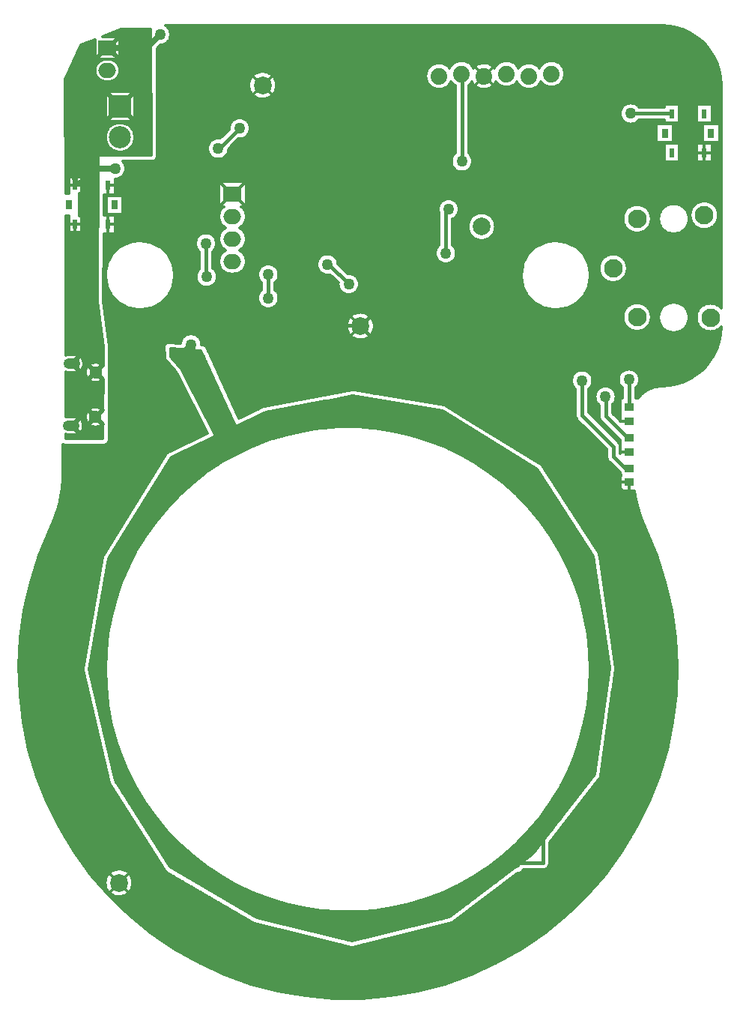
<source format=gtl>
%TF.GenerationSoftware,Novarm,DipTrace,3.3.1.3*%
%TF.CreationDate,2021-03-19T21:20:40+00:00*%
%FSLAX35Y35*%
%MOMM*%
%TF.FileFunction,Copper,L1,Top*%
%TF.Part,Single*%
%AMOUTLINE0*
4,1,4,
-0.5,-0.45,
-0.5,0.45,
0.5,0.45,
0.5,-0.45,
-0.5,-0.45,
0*%
%TA.AperFunction,Conductor*%
%ADD14C,0.635*%
%ADD15C,0.381*%
%ADD20C,0.6*%
%TA.AperFunction,CopperBalancing*%
%ADD23C,0.29997*%
%ADD24C,0.32993*%
%ADD25C,0.508*%
%TA.AperFunction,ViaPad*%
%ADD26C,1.27*%
%TA.AperFunction,ComponentPad*%
%ADD34C,2.0*%
%ADD49C,1.8796*%
%ADD55R,1.0X0.9*%
%TA.AperFunction,ComponentPad*%
%ADD56C,2.5*%
%ADD57R,2.5X2.5*%
%ADD58C,2.1*%
%ADD59C,1.45*%
%ADD61O,1.9X1.2*%
%ADD62C,2.0*%
%ADD66O,2.0X1.7*%
%ADD67R,2.0X1.7*%
%ADD71R,0.6X1.0*%
%ADD72R,0.8X1.0*%
%TA.AperFunction,ViaPad*%
%ADD76C,0.762*%
%ADD155OUTLINE0*%
G75*
G01*
%LPD*%
X-2943003Y7126443D2*
D15*
X-2975847Y7159287D1*
Y6629673D1*
X-2798283Y8655817D2*
X-2793537Y8651070D1*
Y7667533D1*
X-5680030Y6363883D2*
X-5686200D1*
Y6740197D1*
X-5548017Y7812040D2*
X-5541107Y7805130D1*
X-5305743Y8040493D1*
X-6162463Y7920167D2*
D14*
X-6155030Y7927600D1*
X-5845220D1*
X-5684917Y8092937D2*
X-5542173Y7950193D1*
X-5750320D1*
X-4985027Y7649100D2*
D15*
X-4841253D1*
Y7959943D1*
X-4956987Y7513990D2*
Y7444667D1*
X-6175563Y7331233D2*
X-6180200Y7326597D1*
Y7321960D1*
X-3586577Y8598127D2*
X-3523630Y8661073D1*
X-4104880D1*
X-1317073Y8559493D2*
X-1582327Y8824747D1*
X-1428227D1*
X-650360Y7474940D2*
X-722853D1*
Y7505507D1*
X-5737093Y5848980D2*
X-5885203D1*
Y5792110D1*
X-5868970D1*
X-1014443Y7488853D2*
Y7212263D1*
X-1441140Y7486533D2*
X-1464330Y7509723D1*
X-1489840D1*
X-2928223Y7440247D2*
X-2961743Y7406727D1*
X-2454053Y7538417D2*
X-2588700Y7403770D1*
X-2501713Y7316783D1*
X-3683823Y6767193D2*
X-3674507D1*
X-3582403Y6277763D2*
X-3562260Y6297907D1*
X-3553627D1*
X-4329830Y8677717D2*
X-4357590Y8705477D1*
X-2872303Y6325043D2*
X-2993493D1*
X-4341160Y5076123D2*
X-4334827Y5082457D1*
X-3687023Y5085530D2*
X-3584550Y5188003D1*
Y5171097D1*
X-3436960Y5111653D2*
Y5174260D1*
X-3453357Y-1335007D2*
X-3401107D1*
X-3940360Y5807717D2*
X-3582403Y6165673D1*
Y6277763D1*
X-3940360Y5807717D2*
X-3687023Y5554380D1*
Y5085530D1*
X-4780257Y5815410D2*
X-3940360D1*
Y5807717D1*
X-4698930Y5841934D2*
X-4659741Y5881123D1*
X-4654143Y5875524D1*
X-6935290Y5283907D2*
D14*
X-6965763Y5314380D1*
X-6714943Y7586473D2*
X-7111880D1*
X-7164400Y7533953D1*
Y7478750D1*
D20*
Y7397000D1*
X-6206643Y9098980D2*
D14*
X-6357047Y8948577D1*
X-6800937D1*
X-6938923Y7483223D2*
D15*
X-7069560D1*
X-7155783Y7397000D1*
X-7164400D1*
X-900113Y4202263D2*
X-948807D1*
X-1081880Y4335337D1*
Y4447307D1*
X-1435627Y4801053D1*
Y5190627D1*
X-900113Y4893133D2*
X-903703Y4896723D1*
Y5201763D1*
X-1169610Y5008823D2*
X-1166217Y5005430D1*
Y4790007D1*
X-923907Y4547697D1*
X-900113D1*
X-4072777Y6281397D2*
X-4293963Y6502583D1*
X-4313953D1*
X-5854867Y5599130D2*
D14*
X-5959207Y5494790D1*
X-5829833Y4191843D2*
D15*
Y4206773D1*
X-4829580Y4688237D2*
X-4840777Y4677040D1*
X-4578587Y4862437D2*
Y4841860D1*
X-3587717Y4807037D2*
Y4792793D1*
X-3404107Y4757970D2*
X-3397773D1*
X-3822010Y4873713D2*
Y4845673D1*
X-2697923Y4540747D2*
X-2654740D1*
X-1871263Y3951597D2*
Y3930007D1*
X-3453357Y-916990D2*
X-3494413Y-875933D1*
X-5924930Y-220653D2*
X-5904537Y-241047D1*
X-5873947D1*
X-4984270Y-773830D2*
X-4964207Y-793893D1*
X-4953153D1*
X-6665157Y721047D2*
X-6644630Y700520D1*
X-2760800Y-600937D2*
X-2769013Y-592723D1*
Y-563983D1*
X-2186640Y-259123D2*
X-1877977D1*
Y114713D1*
X-1862557Y130133D1*
Y139390D1*
X-1476990Y639083D2*
X-1483157Y632917D1*
X-1501663D1*
X-1199400Y1742797D2*
X-1248523Y1693673D1*
X-1368670Y2946457D2*
X-1383573Y2931553D1*
X-1398477D1*
X-6594677Y3189873D2*
X-6569840Y3214710D1*
X-6530100D1*
X-6857967Y1759180D2*
X-6848030Y1749243D1*
X-5829833Y4191843D2*
X-5461917Y4559760D1*
X-5575537Y4673380D1*
Y4908927D1*
X-5854867Y5188257D1*
Y5599130D1*
X-3862443Y-968257D2*
Y-957060D1*
X-4982230Y6389437D2*
Y6123593D1*
X-422743Y8203717D2*
X-426240Y8207213D1*
X-884423D1*
D26*
X-2943003Y7126443D3*
X-2975847Y6629673D3*
X-2793537Y7667533D3*
X-5680030Y6363883D3*
X-5686200Y6740197D3*
X-5548017Y7812040D3*
X-5305743Y8040493D3*
X-6162463Y7920167D3*
X-5684917Y8092937D3*
D76*
X-4985027Y7649100D3*
D26*
X-4956987Y7513990D3*
X-6175563Y7331233D3*
X-3586577Y8598127D3*
X-1317073Y8559493D3*
X-650360Y7474940D3*
X-5737093Y5848980D3*
X-1014443Y7488853D3*
X-1441140Y7486533D3*
X-2928223Y7440247D3*
X-2454053Y7538417D3*
X-3683823Y6767193D3*
D76*
X-3582403Y6277763D3*
D26*
X-4329830Y8677717D3*
X-2872303Y6325043D3*
X-4341160Y5076123D3*
X-3687023Y5085530D3*
X-3436960Y5111653D3*
X-3453357Y-1335007D3*
D76*
X-3582403Y6277763D3*
D26*
X-3687023Y5085530D3*
X-4698930Y5841934D3*
X-6714943Y7586473D3*
X-6206643Y9098980D3*
X-1435627Y5190627D3*
X-903703Y5201763D3*
X-1169610Y5008823D3*
X-4072777Y6281397D3*
X-4313953Y6502583D3*
X-5854867Y5599130D3*
X-5959207Y5494790D3*
X-5829833Y4191843D3*
X-4829580Y4688237D3*
X-4578587Y4862437D3*
X-3587717Y4807037D3*
X-3404107Y4757970D3*
X-3822010Y4873713D3*
X-2697923Y4540747D3*
X-1871263Y3951597D3*
X-3453357Y-916990D3*
X-5924930Y-220653D3*
X-4984270Y-773830D3*
X-6665157Y721047D3*
X-2760800Y-600937D3*
X-2186640Y-259123D3*
X-1476990Y639083D3*
X-1199400Y1742797D3*
X-1368670Y2946457D3*
X-6594677Y3189873D3*
X-6857967Y1759180D3*
X-5829833Y4191843D3*
X-5854867Y5599130D3*
X-3862443Y-968257D3*
X-4982230Y6389437D3*
Y6123593D3*
X-884423Y8207213D3*
X-5777383Y8690853D3*
X-4077970Y7394493D3*
X-3478117Y7549610D3*
X-3850247Y7964957D3*
X-3793483Y7340390D3*
X-3812177Y7689177D3*
X-3484997Y7907827D3*
X-4083623Y7944867D3*
X-7035748Y4327560D3*
X-6108439Y9171548D2*
D23*
X-347462D1*
X-6091917Y9141885D2*
X-266025D1*
X-6084652Y9112222D2*
X-205856D1*
X-6085062Y9082558D2*
X-160100D1*
X-6093147Y9052895D2*
X-118620D1*
X-6110958Y9023232D2*
X-84815D1*
X-6146931Y8993568D2*
X-53530D1*
X-6214306Y8963905D2*
X-27517D1*
X-6234577Y8934242D2*
X-2207D1*
X-6234577Y8904578D2*
X17595D1*
X-6234518Y8874915D2*
X37398D1*
X-6234518Y8845252D2*
X53802D1*
X-6234518Y8815588D2*
X68449D1*
X-6234460Y8785925D2*
X-2876321D1*
X-2720280D2*
X-2368311D1*
X-2212270D2*
X-1860301D1*
X-1704260D2*
X82979D1*
X-6234460Y8756262D2*
X-3137269D1*
X-2967342D2*
X-2912938D1*
X-2683604D2*
X-2629259D1*
X-2459333D2*
X-2404928D1*
X-2175653D2*
X-2121249D1*
X-1951323D2*
X-1896918D1*
X-1667643D2*
X93056D1*
X-6234460Y8726598D2*
X-3170605D1*
X-1646845D2*
X103133D1*
X-6234460Y8696935D2*
X-3189939D1*
X-1634834D2*
X112272D1*
X-6234401Y8667272D2*
X-5118103D1*
X-4976006D2*
X-3200895D1*
X-1629561D2*
X118190D1*
X-6234401Y8637608D2*
X-5160052D1*
X-4934116D2*
X-3205289D1*
X-1630206D2*
X124048D1*
X-6234401Y8607945D2*
X-5183428D1*
X-4910681D2*
X-3203765D1*
X-1636943D2*
X128677D1*
X-6234401Y8578282D2*
X-5197489D1*
X-4896620D2*
X-3196149D1*
X-1650653D2*
X130610D1*
X-6234343Y8548618D2*
X-5204695D1*
X-4889414D2*
X-3181209D1*
X-2923343D2*
X-2906494D1*
X-2690108D2*
X-2673258D1*
X-2415334D2*
X-2398484D1*
X-2182098D2*
X-2165258D1*
X-1907324D2*
X-1890474D1*
X-1674088D2*
X132544D1*
X-6234343Y8518955D2*
X-5206102D1*
X-4888067D2*
X-3155958D1*
X-2948653D2*
X-2871810D1*
X-2715300D2*
X-2647948D1*
X-2440643D2*
X-2355129D1*
X-2225452D2*
X-2139938D1*
X-1932633D2*
X-1847119D1*
X-1717442D2*
X133950D1*
X-6234343Y8489292D2*
X-5201707D1*
X-4892402D2*
X-3106628D1*
X-2997925D2*
X-2871810D1*
X-2715300D2*
X-2598676D1*
X-2489915D2*
X-2090666D1*
X-1981905D2*
X133950D1*
X-6234284Y8459628D2*
X-5191162D1*
X-4902948D2*
X-2871810D1*
X-2715300D2*
X133950D1*
X-6234284Y8429965D2*
X-5172707D1*
X-4921403D2*
X-2871810D1*
X-2715300D2*
X133950D1*
X-6234284Y8400302D2*
X-5141890D1*
X-4952220D2*
X-2871810D1*
X-2715300D2*
X133950D1*
X-6234284Y8370638D2*
X-5057407D1*
X-5036686D2*
X-2871810D1*
X-2715300D2*
X133950D1*
X-6234226Y8340975D2*
X-2871810D1*
X-2715300D2*
X133950D1*
X-6234226Y8311312D2*
X-2871810D1*
X-2715300D2*
X-946516D1*
X-822346D2*
X133950D1*
X-6234226Y8281648D2*
X-2871810D1*
X-2715300D2*
X-981200D1*
X-333553D2*
X-141938D1*
X36484D2*
X133950D1*
X-6234167Y8251985D2*
X-2871810D1*
X-2715300D2*
X-998425D1*
X-333553D2*
X-141938D1*
X36484D2*
X133950D1*
X-6234167Y8222322D2*
X-2871810D1*
X-2715300D2*
X-1006158D1*
X-333553D2*
X-141938D1*
X36484D2*
X133950D1*
X-6234167Y8192658D2*
X-2871810D1*
X-2715300D2*
X-1006217D1*
X-333553D2*
X-141938D1*
X36484D2*
X133950D1*
X-6234167Y8162995D2*
X-2871810D1*
X-2715300D2*
X-998659D1*
X-333553D2*
X-141938D1*
X36484D2*
X133950D1*
X-6234108Y8133332D2*
X-5384324D1*
X-5227169D2*
X-2871810D1*
X-2715300D2*
X-981610D1*
X-333553D2*
X-141938D1*
X36484D2*
X133950D1*
X-6234108Y8103668D2*
X-5410395D1*
X-5201040D2*
X-2871810D1*
X-2715300D2*
X-947512D1*
X-821350D2*
X-511975D1*
X-333553D2*
X-141938D1*
X36484D2*
X133950D1*
X-6234108Y8074005D2*
X-5423636D1*
X-5187799D2*
X-2871810D1*
X-2715300D2*
X-596926D1*
X-398526D2*
X-76964D1*
X-6234050Y8044342D2*
X-5428382D1*
X-5183112D2*
X-2871810D1*
X-2715300D2*
X-596926D1*
X-398526D2*
X-76964D1*
X-6234050Y8014678D2*
X-5440978D1*
X-5185865D2*
X-2871810D1*
X-2715300D2*
X-596926D1*
X-398526D2*
X-76964D1*
X-6234050Y7985015D2*
X-5470623D1*
X-5196646D2*
X-2871810D1*
X-2715300D2*
X-596926D1*
X-398526D2*
X-76964D1*
X-6234050Y7955352D2*
X-5500327D1*
X-5218616D2*
X-2871810D1*
X-2715300D2*
X-596926D1*
X-398526D2*
X-76964D1*
X-6233991Y7925688D2*
X-5588618D1*
X-5268825D2*
X-2871810D1*
X-2715300D2*
X-596926D1*
X-398526D2*
X-76964D1*
X-6233991Y7896025D2*
X-5636308D1*
X-5340770D2*
X-2871810D1*
X-2715300D2*
X-596926D1*
X-398526D2*
X-76964D1*
X-6233991Y7866362D2*
X-5657692D1*
X-5370474D2*
X-2871810D1*
X-2715300D2*
X-511975D1*
X-333553D2*
X-141938D1*
X36484D2*
X133950D1*
X-6233933Y7836698D2*
X-5668179D1*
X-5400119D2*
X-2871810D1*
X-2715300D2*
X-511975D1*
X-333553D2*
X-141938D1*
X36484D2*
X133950D1*
X-6233933Y7807035D2*
X-5670640D1*
X-5425429D2*
X-2871810D1*
X-2715300D2*
X-511975D1*
X-333553D2*
X-141938D1*
X36484D2*
X133950D1*
X-6233933Y7777372D2*
X-5665601D1*
X-5430467D2*
X-2871810D1*
X-2715300D2*
X-511975D1*
X-333553D2*
X-141938D1*
X36484D2*
X133950D1*
X-6233933Y7747708D2*
X-5651950D1*
X-5444059D2*
X-2885402D1*
X-2701649D2*
X-511975D1*
X-333553D2*
X-141938D1*
X36484D2*
X133950D1*
X-6234401Y7718045D2*
X-5625117D1*
X-5470892D2*
X-2905088D1*
X-2682023D2*
X-511975D1*
X-333553D2*
X-141938D1*
X36484D2*
X133950D1*
X-6247759Y7688382D2*
X-2914403D1*
X-2672649D2*
X-511975D1*
X-333553D2*
X-141938D1*
X36484D2*
X133950D1*
X-6616507Y7658718D2*
X-2915926D1*
X-2671184D2*
X-511975D1*
X-333553D2*
X-141938D1*
X36484D2*
X133950D1*
X-6600044Y7629055D2*
X-2909892D1*
X-2677160D2*
X133950D1*
X-6592955Y7599392D2*
X-2894952D1*
X-2692100D2*
X133950D1*
X-6593424Y7569728D2*
X-2865541D1*
X-2721510D2*
X133950D1*
X-6601626Y7540065D2*
X133950D1*
X-6619495Y7510402D2*
X133950D1*
X-6655819Y7480738D2*
X133950D1*
X-6705208Y7451075D2*
X133950D1*
X-6705208Y7421412D2*
X-5545263D1*
X-5226877D2*
X133950D1*
X-6705208Y7391748D2*
X-5545263D1*
X-5226877D2*
X133950D1*
X-6705208Y7362085D2*
X-5545263D1*
X-5226877D2*
X133950D1*
X-6705208Y7332422D2*
X-5545263D1*
X-5226877D2*
X133950D1*
X-6705208Y7302758D2*
X-5545263D1*
X-5226877D2*
X133950D1*
X-6836912Y7273095D2*
X-6818604D1*
X-6620198D2*
X-5545263D1*
X-5226877D2*
X133950D1*
X-6837030Y7243432D2*
X-6818623D1*
X-6620198D2*
X-5545263D1*
X-5226877D2*
X-2971350D1*
X-2914673D2*
X133950D1*
X-6837147Y7213768D2*
X-6818642D1*
X-6620198D2*
X-5545263D1*
X-5226877D2*
X-3030757D1*
X-2858136D2*
X-101688D1*
X-5347D2*
X133950D1*
X-6837205Y7184105D2*
X-6818652D1*
X-6620198D2*
X-5545263D1*
X-5226877D2*
X-3050911D1*
X-2835111D2*
X-446884D1*
X-350192D2*
X-158225D1*
X51189D2*
X133950D1*
X-6837323Y7154442D2*
X-6818556D1*
X-6620198D2*
X-5492593D1*
X-5279605D2*
X-3062394D1*
X-2823628D2*
X-903982D1*
X-723100D2*
X-506292D1*
X-290784D2*
X-186464D1*
X79428D2*
X133950D1*
X-6837440Y7124778D2*
X-6818575D1*
X-6620198D2*
X-5520188D1*
X-5251952D2*
X-3065675D1*
X-2820289D2*
X-938197D1*
X-688885D2*
X-536171D1*
X-260905D2*
X-203689D1*
X96653D2*
X133950D1*
X-6837498Y7095115D2*
X-6818585D1*
X-6620198D2*
X-5535889D1*
X-5236309D2*
X-3061516D1*
X-2824448D2*
X-958644D1*
X-668438D2*
X-554861D1*
X-242157D2*
X-213648D1*
X106613D2*
X133950D1*
X-6837616Y7065452D2*
X-5543740D1*
X-5228458D2*
X-3054075D1*
X-2836986D2*
X-2649999D1*
X-2490208D2*
X-970889D1*
X-656134D2*
X-566285D1*
X110538D2*
X133950D1*
X-6705208Y7035788D2*
X-5545029D1*
X-5227169D2*
X-3054075D1*
X-2861827D2*
X-2687553D1*
X-2452654D2*
X-976864D1*
X-650217D2*
X-571909D1*
X109015D2*
X133950D1*
X-6705208Y7006125D2*
X-5539990D1*
X-5232149D2*
X-3054075D1*
X-2897565D2*
X-2709231D1*
X-2431035D2*
X-977216D1*
X-649807D2*
X-572261D1*
X-224815D2*
X-208786D1*
X101750D2*
X133950D1*
X-6705208Y6976462D2*
X-5527863D1*
X-5244336D2*
X-3054075D1*
X-2897565D2*
X-2722120D1*
X-2418146D2*
X-972002D1*
X-655021D2*
X-567340D1*
X-229678D2*
X-194959D1*
X87923D2*
X133950D1*
X-6705208Y6946798D2*
X-5506127D1*
X-5266071D2*
X-3054075D1*
X-2897565D2*
X-2728389D1*
X-2411877D2*
X-960636D1*
X-666387D2*
X-556735D1*
X-240282D2*
X-172227D1*
X65192D2*
X133950D1*
X-6705208Y6917135D2*
X-5466405D1*
X-5305794D2*
X-3054075D1*
X-2897565D2*
X-2728857D1*
X-2411408D2*
X-941478D1*
X-685604D2*
X-539101D1*
X-257917D2*
X-133032D1*
X25997D2*
X133950D1*
X-6705208Y6887472D2*
X-5506654D1*
X-5265544D2*
X-3054075D1*
X-2897565D2*
X-2723584D1*
X-2416681D2*
X-909723D1*
X-717358D2*
X-511096D1*
X-285922D2*
X133950D1*
X-6705208Y6857808D2*
X-5711475D1*
X-5660891D2*
X-5528156D1*
X-5243984D2*
X-3054075D1*
X-2897565D2*
X-2711926D1*
X-2428340D2*
X-459188D1*
X-337889D2*
X133950D1*
X-6838436Y6828145D2*
X-5770414D1*
X-5602011D2*
X-5540166D1*
X-5232032D2*
X-3054075D1*
X-2897565D2*
X-2692006D1*
X-2448260D2*
X133950D1*
X-6838494Y6798482D2*
X-5793732D1*
X-5578634D2*
X-5545087D1*
X-5227111D2*
X-3054075D1*
X-2897565D2*
X-2658201D1*
X-2482064D2*
X133950D1*
X-6838612Y6768818D2*
X-6459810D1*
X-6404011D2*
X-5805449D1*
X-5566975D2*
X-5543623D1*
X-5228517D2*
X-3054075D1*
X-2897565D2*
X-1759824D1*
X-1704026D2*
X133950D1*
X-6838729Y6739155D2*
X-6584425D1*
X-6279396D2*
X-5808906D1*
X-5563519D2*
X-5535655D1*
X-5236543D2*
X-3054075D1*
X-2897565D2*
X-1884439D1*
X-1579411D2*
X133950D1*
X-6838846Y6709492D2*
X-6642661D1*
X-6221219D2*
X-5804922D1*
X-5567503D2*
X-5519778D1*
X-5252362D2*
X-3068077D1*
X-2883621D2*
X-1942675D1*
X-1521175D2*
X133950D1*
X-6838904Y6679828D2*
X-6683555D1*
X-6180325D2*
X-5792560D1*
X-5579806D2*
X-5491890D1*
X-5280308D2*
X-3087528D1*
X-2864170D2*
X-1983510D1*
X-1480281D2*
X133950D1*
X-6839022Y6650165D2*
X-6713200D1*
X-6150622D2*
X-5768070D1*
X-5604296D2*
X-5487730D1*
X-5284409D2*
X-3096785D1*
X-2854914D2*
X-2013214D1*
X-1450636D2*
X133950D1*
X-6839139Y6620502D2*
X-6742845D1*
X-6120976D2*
X-5764438D1*
X-5607928D2*
X-5517551D1*
X-5254647D2*
X-4337546D1*
X-4290360D2*
X-3098191D1*
X-2853507D2*
X-2042859D1*
X-1420991D2*
X133950D1*
X-6839197Y6590838D2*
X-6762589D1*
X-6101233D2*
X-5764438D1*
X-5607928D2*
X-5534366D1*
X-5237774D2*
X-4397832D1*
X-4230073D2*
X-3092098D1*
X-2859601D2*
X-2062603D1*
X-1401247D2*
X-1179576D1*
X-987504D2*
X133950D1*
X-6839315Y6561175D2*
X-6777704D1*
X-6086117D2*
X-5764438D1*
X-5607928D2*
X-5543095D1*
X-5229044D2*
X-4421325D1*
X-4206580D2*
X-3077041D1*
X-2874657D2*
X-2077719D1*
X-1386131D2*
X-1211389D1*
X-955691D2*
X133950D1*
X-6839432Y6531512D2*
X-6792820D1*
X-6071002D2*
X-5764438D1*
X-5607928D2*
X-5545204D1*
X-5226994D2*
X-4433101D1*
X-4194804D2*
X-3047338D1*
X-2904361D2*
X-2092834D1*
X-1371016D2*
X-1230606D1*
X-936474D2*
X133950D1*
X-6839549Y6501848D2*
X-6806822D1*
X-6057058D2*
X-5764438D1*
X-5607928D2*
X-5540986D1*
X-5231153D2*
X-5026356D1*
X-4938100D2*
X-4436675D1*
X-4183789D2*
X-2106778D1*
X-1357014D2*
X-1241972D1*
X-925050D2*
X133950D1*
X-6839607Y6472185D2*
X-6812739D1*
X-6051140D2*
X-5764438D1*
X-5607928D2*
X-5529855D1*
X-5242344D2*
X-5071702D1*
X-4892754D2*
X-4432750D1*
X-4154144D2*
X-2112695D1*
X-1351096D2*
X-1247186D1*
X-919836D2*
X133950D1*
X-6839725Y6442522D2*
X-6817426D1*
X-6046395D2*
X-5773285D1*
X-5586778D2*
X-5509525D1*
X-5262615D2*
X-5092501D1*
X-4871955D2*
X-4420505D1*
X-4124499D2*
X-2117441D1*
X-1346409D2*
X-1246893D1*
X-920187D2*
X133950D1*
X-6839842Y6412858D2*
X-6822113D1*
X-6041708D2*
X-5792267D1*
X-5567796D2*
X-5472439D1*
X-5299759D2*
X-5102636D1*
X-4861819D2*
X-4396192D1*
X-4094795D2*
X-2122128D1*
X-1341722D2*
X-1240917D1*
X-926104D2*
X133950D1*
X-6037783Y6383195D2*
X-5801172D1*
X-5558890D2*
X-5104746D1*
X-4859710D2*
X-4325652D1*
X-4302253D2*
X-4284009D1*
X-4006797D2*
X-2126053D1*
X-1337738D2*
X-1228672D1*
X-938349D2*
X133950D1*
X-6840018Y6353532D2*
X-6822992D1*
X-6040829D2*
X-5802285D1*
X-5557777D2*
X-5099414D1*
X-4865042D2*
X-4254352D1*
X-3974223D2*
X-2123007D1*
X-1340844D2*
X-1208284D1*
X-958796D2*
X133950D1*
X-6840135Y6323868D2*
X-6818305D1*
X-6045516D2*
X-5795841D1*
X-5564222D2*
X-5085353D1*
X-4879103D2*
X-4224648D1*
X-3957877D2*
X-2118320D1*
X-1345531D2*
X-1174128D1*
X-992894D2*
X133950D1*
X-6840252Y6294205D2*
X-6813618D1*
X-6050262D2*
X-5780374D1*
X-5579689D2*
X-5060512D1*
X-4904002D2*
X-4195003D1*
X-3950788D2*
X-2113574D1*
X-1350217D2*
X133950D1*
X-6840311Y6264542D2*
X-6808463D1*
X-6055417D2*
X-5749791D1*
X-5610271D2*
X-5060512D1*
X-4904002D2*
X-4194300D1*
X-3951257D2*
X-2108418D1*
X-1355373D2*
X133950D1*
X-6840428Y6234878D2*
X-6795691D1*
X-6068189D2*
X-5060512D1*
X-4904002D2*
X-4186098D1*
X-3959459D2*
X-2095646D1*
X-1368204D2*
X133950D1*
X-6840545Y6205215D2*
X-6780575D1*
X-6083305D2*
X-5072816D1*
X-4891640D2*
X-4168111D1*
X-3977445D2*
X-2080531D1*
X-1383261D2*
X133950D1*
X-6840603Y6175552D2*
X-6765459D1*
X-6098420D2*
X-5093087D1*
X-4871369D2*
X-4131670D1*
X-4013886D2*
X-2065415D1*
X-1398376D2*
X133950D1*
X-6840721Y6145888D2*
X-6747825D1*
X-6115997D2*
X-5102812D1*
X-4861644D2*
X-2047839D1*
X-1416011D2*
X133950D1*
X-6840838Y6116225D2*
X-6718707D1*
X-6145114D2*
X-5104687D1*
X-4859769D2*
X-2018721D1*
X-1445129D2*
X133950D1*
X-6840896Y6086562D2*
X-6689062D1*
X-6174760D2*
X-5099063D1*
X-4865393D2*
X-1989076D1*
X-1474774D2*
X133950D1*
X-6837088Y6056898D2*
X-6653499D1*
X-6210322D2*
X-5084650D1*
X-4879806D2*
X-1953514D1*
X-1510336D2*
X-880723D1*
X-746359D2*
X-478580D1*
X-318438D2*
X-38180D1*
X71109D2*
X133950D1*
X-6833280Y6027235D2*
X-6595264D1*
X-6268558D2*
X-5056235D1*
X-4908221D2*
X-1895278D1*
X-1568572D2*
X-926128D1*
X-700954D2*
X-520411D1*
X-276665D2*
X-90674D1*
X-6829472Y5997572D2*
X-6494786D1*
X-6369035D2*
X-1794801D1*
X-1669049D2*
X-951203D1*
X-675820D2*
X-544901D1*
X-252117D2*
X-117917D1*
X-6825664Y5967908D2*
X-966612D1*
X-660470D2*
X-560368D1*
X-236708D2*
X-134614D1*
X-6821856Y5938245D2*
X-4029142D1*
X-3851541D2*
X-975048D1*
X-651975D2*
X-569273D1*
X-227803D2*
X-144105D1*
X-6818047Y5908582D2*
X-4062654D1*
X-3818088D2*
X-977743D1*
X-649338D2*
X-572671D1*
X-224405D2*
X-147679D1*
X-6814298Y5878918D2*
X-4082398D1*
X-3798344D2*
X-974872D1*
X-652151D2*
X-570855D1*
X-226163D2*
X-145746D1*
X-6810490Y5849255D2*
X-4093940D1*
X-3786802D2*
X-966260D1*
X-660821D2*
X-563707D1*
X-233310D2*
X-138071D1*
X-6806681Y5819592D2*
X-4099096D1*
X-3781588D2*
X-950676D1*
X-676406D2*
X-550467D1*
X-246610D2*
X-123717D1*
X-6802873Y5789928D2*
X-4098568D1*
X-3782174D2*
X-925191D1*
X-701891D2*
X-529199D1*
X-267877D2*
X-100224D1*
X-6799065Y5760265D2*
X-4092182D1*
X-3788560D2*
X-878672D1*
X-748409D2*
X-494516D1*
X-302560D2*
X-59154D1*
X92083D2*
X131137D1*
X-6795257Y5730602D2*
X-4079176D1*
X-3801508D2*
X129145D1*
X-6791449Y5700938D2*
X-5920807D1*
X-5788904D2*
X-4057382D1*
X-3823361D2*
X125572D1*
X-6787699Y5671275D2*
X-5953382D1*
X-5756329D2*
X-4019417D1*
X-3861325D2*
X119713D1*
X-6783891Y5641612D2*
X-5969786D1*
X-5739925D2*
X113796D1*
X-6780083Y5611948D2*
X-6142501D1*
X-5732836D2*
X105711D1*
X-6776275Y5582285D2*
X-6161777D1*
X-5689188D2*
X95634D1*
X-6775337Y5552622D2*
X-6162948D1*
X-5671729D2*
X85557D1*
X-6775396Y5522958D2*
X-6161601D1*
X-5658196D2*
X72199D1*
X-6775454Y5493295D2*
X-6160253D1*
X-5644662D2*
X57552D1*
X-6775513Y5463632D2*
X-6158906D1*
X-5631070D2*
X42495D1*
X-6775572Y5433968D2*
X-6154043D1*
X-5617536D2*
X22692D1*
X-6775689Y5404305D2*
X-6131956D1*
X-5604003D2*
X2831D1*
X-6775747Y5374642D2*
X-6106236D1*
X-5590410D2*
X-20896D1*
X-6775806Y5344978D2*
X-6080516D1*
X-5576877D2*
X-46909D1*
X-6775865Y5315315D2*
X-6054738D1*
X-5563343D2*
X-944583D1*
X-862830D2*
X-76144D1*
X-6775923Y5285652D2*
X-6030131D1*
X-5549751D2*
X-1511414D1*
X-1359826D2*
X-992097D1*
X-815316D2*
X-109949D1*
X-6775982Y5255988D2*
X-6014840D1*
X-5536217D2*
X-1538892D1*
X-1332348D2*
X-1013423D1*
X-793990D2*
X-148734D1*
X-6776040Y5226325D2*
X-5999607D1*
X-5522684D2*
X-1552894D1*
X-1318346D2*
X-1023851D1*
X-783562D2*
X-193143D1*
X-6776099Y5196662D2*
X-5984316D1*
X-5509091D2*
X-1558167D1*
X-1313073D2*
X-1026312D1*
X-781101D2*
X-250617D1*
X-6776158Y5166998D2*
X-5969025D1*
X-5495558D2*
X-1555999D1*
X-1315300D2*
X-1021274D1*
X-786140D2*
X-325081D1*
X-6776216Y5137335D2*
X-5953792D1*
X-5482024D2*
X-1545805D1*
X-1325435D2*
X-1007564D1*
X-799790D2*
X-449052D1*
X-6776275Y5107672D2*
X-5938501D1*
X-5468432D2*
X-1524948D1*
X-1346351D2*
X-1240097D1*
X-1099113D2*
X-981962D1*
X-825452D2*
X-652701D1*
X-6776333Y5078008D2*
X-5923209D1*
X-5454898D2*
X-4084976D1*
X-3969594D2*
X-1513875D1*
X-1357365D2*
X-1270269D1*
X-1068940D2*
X-981962D1*
X-825452D2*
X-713456D1*
X-6776392Y5048345D2*
X-5907977D1*
X-5441306D2*
X-4243572D1*
X-3788794D2*
X-1513875D1*
X-1357365D2*
X-1285619D1*
X-1053590D2*
X-981962D1*
X-825452D2*
X-752124D1*
X-6776450Y5018682D2*
X-5892685D1*
X-5427772D2*
X-4402226D1*
X-3607935D2*
X-1513875D1*
X-1357365D2*
X-1291888D1*
X-1047321D2*
X-981962D1*
X-825452D2*
X-782003D1*
X-6776509Y4989018D2*
X-5877394D1*
X-5414239D2*
X-4560880D1*
X-3427135D2*
X-1513875D1*
X-1357365D2*
X-1290658D1*
X-1048552D2*
X-1009322D1*
X-6776568Y4959355D2*
X-5862161D1*
X-5400646D2*
X-4719476D1*
X-3246335D2*
X-1513875D1*
X-1357365D2*
X-1281635D1*
X-1057633D2*
X-1009322D1*
X-6776685Y4929692D2*
X-5846870D1*
X-5387113D2*
X-4878130D1*
X-3065535D2*
X-1513875D1*
X-1357365D2*
X-1262419D1*
X-1076791D2*
X-1009322D1*
X-6776743Y4900028D2*
X-5831579D1*
X-5373579D2*
X-5034558D1*
X-2956621D2*
X-1513875D1*
X-1357365D2*
X-1244491D1*
X-1087981D2*
X-1009322D1*
X-6776802Y4870365D2*
X-5816346D1*
X-5359987D2*
X-5097774D1*
X-2908462D2*
X-1513875D1*
X-1357365D2*
X-1244491D1*
X-1087981D2*
X-1009322D1*
X-6776861Y4840702D2*
X-5801055D1*
X-5346453D2*
X-5159700D1*
X-2860362D2*
X-1513875D1*
X-1357365D2*
X-1244491D1*
X-1087981D2*
X-1009322D1*
X-6776919Y4811038D2*
X-5785764D1*
X-5332919D2*
X-5221686D1*
X-2812203D2*
X-1513875D1*
X-1336157D2*
X-1244491D1*
X-1077845D2*
X-1009322D1*
X-6776978Y4781375D2*
X-5770472D1*
X-5319327D2*
X-5283612D1*
X-2764103D2*
X-1511239D1*
X-1306511D2*
X-1243964D1*
X-1048142D2*
X-1009322D1*
X-6777036Y4751712D2*
X-5755240D1*
X-2716003D2*
X-1495420D1*
X-1276866D2*
X-1234004D1*
X-6777095Y4722048D2*
X-5739948D1*
X-2667845D2*
X-1466068D1*
X-1247221D2*
X-1207698D1*
X-6777154Y4692385D2*
X-5724657D1*
X-2619744D2*
X-1436364D1*
X-1217517D2*
X-1177994D1*
X-6777212Y4662722D2*
X-5709424D1*
X-2571586D2*
X-1406719D1*
X-1187872D2*
X-1148349D1*
X-6777271Y4633058D2*
X-5694133D1*
X-2523486D2*
X-1377074D1*
X-1158227D2*
X-1118704D1*
X-6777329Y4603395D2*
X-5678842D1*
X-2475327D2*
X-1347370D1*
X-1128523D2*
X-1089059D1*
X-6777388Y4573732D2*
X-5717158D1*
X-2427227D2*
X-1317725D1*
X-1098878D2*
X-1059355D1*
X-6777446Y4544068D2*
X-5779085D1*
X-2379068D2*
X-1288080D1*
X-1069233D2*
X-1029710D1*
X-6777857Y4514405D2*
X-5841011D1*
X-2330968D2*
X-1258376D1*
X-1039529D2*
X-1009322D1*
X-6790453Y4484742D2*
X-5902997D1*
X-2282809D2*
X-1228731D1*
X-7297935Y4455078D2*
X-5964923D1*
X-2234709D2*
X-1199086D1*
X-7297935Y4425415D2*
X-6026850D1*
X-2186550D2*
X-1169441D1*
X-7297935Y4395752D2*
X-6088777D1*
X-2138450D2*
X-1160125D1*
X-7297935Y4366088D2*
X-6135412D1*
X-2090292D2*
X-1160125D1*
X-7297935Y4336425D2*
X-6154102D1*
X-2042191D2*
X-1160125D1*
X-7297935Y4306762D2*
X-6172557D1*
X-1994033D2*
X-1154501D1*
X-7297935Y4277098D2*
X-6191012D1*
X-1945933D2*
X-1133058D1*
X-7297935Y4247435D2*
X-6209467D1*
X-1898008D2*
X-1103413D1*
X-7297935Y4217772D2*
X-6227922D1*
X-1873929D2*
X-1073768D1*
X-7297935Y4188108D2*
X-6246377D1*
X-1854771D2*
X-1044064D1*
X-7298521Y4158445D2*
X-6264832D1*
X-1835613D2*
X-1014419D1*
X-7299400Y4128782D2*
X-6283345D1*
X-1816513D2*
X-1001588D1*
X-7300338Y4099118D2*
X-6301800D1*
X-1797355D2*
X-1008033D1*
X-7301861Y4069455D2*
X-6320255D1*
X-1778197D2*
X-1009322D1*
X-7304673Y4039792D2*
X-6338710D1*
X-1759098D2*
X-1009322D1*
X-7307427Y4010128D2*
X-6357165D1*
X-1739940D2*
X-1009322D1*
X-7310239Y3980465D2*
X-6375620D1*
X-1720782D2*
X-1006744D1*
X-7314926Y3950802D2*
X-6394075D1*
X-1701682D2*
X-984715D1*
X-7319554Y3921138D2*
X-6412530D1*
X-1682524D2*
X-844282D1*
X-7324241Y3891475D2*
X-6430985D1*
X-1663366D2*
X-839595D1*
X-7330276Y3861812D2*
X-6449499D1*
X-1644267D2*
X-833560D1*
X-7336896Y3832148D2*
X-6467953D1*
X-1625109D2*
X-826940D1*
X-7343516Y3802485D2*
X-6486408D1*
X-1605951D2*
X-820378D1*
X-7350957Y3772822D2*
X-6504863D1*
X-1586851D2*
X-812879D1*
X-7359569Y3743158D2*
X-6523318D1*
X-1567693D2*
X-804266D1*
X-7368123Y3713495D2*
X-6541773D1*
X-1548594D2*
X-795713D1*
X-7377204Y3683832D2*
X-6560228D1*
X-1529436D2*
X-786632D1*
X-7387867Y3654168D2*
X-6578683D1*
X-1510278D2*
X-775969D1*
X-7398471Y3624505D2*
X-6597197D1*
X-1491178D2*
X-765365D1*
X-7409310Y3594842D2*
X-6615652D1*
X-1472020D2*
X-754526D1*
X-7422082Y3565178D2*
X-6634107D1*
X-1452862D2*
X-741754D1*
X-7434854Y3535515D2*
X-6652562D1*
X-1433763D2*
X-728982D1*
X-7447567Y3505852D2*
X-6671017D1*
X-1414605D2*
X-716268D1*
X-7459929Y3476188D2*
X-6689472D1*
X-1395447D2*
X-703848D1*
X-7472350Y3446525D2*
X-6707927D1*
X-1376347D2*
X-691486D1*
X-7484712Y3416862D2*
X-6726382D1*
X-1357189D2*
X-679124D1*
X-7497074Y3387198D2*
X-6744837D1*
X-1338031D2*
X-666762D1*
X-7509435Y3357535D2*
X-6763350D1*
X-1318932D2*
X-654400D1*
X-7521797Y3327872D2*
X-6781805D1*
X-1299774D2*
X-642038D1*
X-7534159Y3298208D2*
X-6800260D1*
X-1280616D2*
X-629676D1*
X-7546580Y3268545D2*
X-6818715D1*
X-1261516D2*
X-617256D1*
X-7558942Y3238882D2*
X-6837170D1*
X-1242358D2*
X-604894D1*
X-7570835Y3209218D2*
X-6854629D1*
X-1233160D2*
X-593001D1*
X-7580326Y3179555D2*
X-6861132D1*
X-1228883D2*
X-583510D1*
X-7589817Y3149892D2*
X-6866405D1*
X-1224548D2*
X-574019D1*
X-7599308Y3120228D2*
X-6871737D1*
X-1220212D2*
X-564527D1*
X-7608799Y3090565D2*
X-6877010D1*
X-1215936D2*
X-555036D1*
X-7618290Y3060902D2*
X-6882282D1*
X-1211600D2*
X-545545D1*
X-7627782Y3031238D2*
X-6887555D1*
X-1207265D2*
X-536054D1*
X-7637273Y3001575D2*
X-6892887D1*
X-1202929D2*
X-526563D1*
X-7646764Y2971912D2*
X-6898160D1*
X-1198652D2*
X-517072D1*
X-7656255Y2942248D2*
X-6903432D1*
X-1194317D2*
X-507581D1*
X-7665746Y2912585D2*
X-6908764D1*
X-1189981D2*
X-498090D1*
X-7672601Y2882922D2*
X-6914037D1*
X-1185705D2*
X-491235D1*
X-7679397Y2853258D2*
X-6919310D1*
X-1181369D2*
X-484439D1*
X-7686135Y2823595D2*
X-6924582D1*
X-1177034D2*
X-477701D1*
X-7692931Y2793932D2*
X-6929914D1*
X-1172757D2*
X-470905D1*
X-7699668Y2764268D2*
X-6935187D1*
X-1168421D2*
X-464168D1*
X-7706464Y2734605D2*
X-6940460D1*
X-1164086D2*
X-457371D1*
X-7713202Y2704942D2*
X-6945791D1*
X-1159750D2*
X-450634D1*
X-7719998Y2675278D2*
X-6951064D1*
X-1155474D2*
X-443838D1*
X-7726735Y2645615D2*
X-6956337D1*
X-1151138D2*
X-437100D1*
X-7733473Y2615952D2*
X-6961668D1*
X-1146803D2*
X-430363D1*
X-7738922Y2586288D2*
X-6966941D1*
X-1142526D2*
X-424914D1*
X-7743081Y2556625D2*
X-6972214D1*
X-1138190D2*
X-420754D1*
X-7747182Y2526962D2*
X-6977487D1*
X-1133855D2*
X-416653D1*
X-7751342Y2497298D2*
X-6982818D1*
X-1129578D2*
X-412494D1*
X-7755502Y2467635D2*
X-6988091D1*
X-1125242D2*
X-408334D1*
X-7759603Y2437972D2*
X-6993364D1*
X-1120907D2*
X-404233D1*
X-7763763Y2408308D2*
X-6998695D1*
X-1116572D2*
X-400073D1*
X-7767922Y2378645D2*
X-7003968D1*
X-1112295D2*
X-395913D1*
X-7772023Y2348982D2*
X-7009241D1*
X-1107959D2*
X-391812D1*
X-7776183Y2319318D2*
X-7014572D1*
X-1103624D2*
X-387653D1*
X-7780343Y2289655D2*
X-7019845D1*
X-1099347D2*
X-383493D1*
X-7782159Y2259992D2*
X-7025118D1*
X-1095011D2*
X-381677D1*
X-7783741Y2230328D2*
X-7030391D1*
X-1090676D2*
X-380095D1*
X-7785323Y2200665D2*
X-7035722D1*
X-1086341D2*
X-378513D1*
X-7786905Y2171002D2*
X-7040995D1*
X-1082064D2*
X-376931D1*
X-7788486Y2141338D2*
X-7046268D1*
X-1077728D2*
X-375349D1*
X-7790068Y2111675D2*
X-7051600D1*
X-1073393D2*
X-373767D1*
X-7791650Y2082012D2*
X-7056872D1*
X-1069116D2*
X-372186D1*
X-7793232Y2052348D2*
X-7062145D1*
X-1064780D2*
X-370604D1*
X-7794814Y2022685D2*
X-7067477D1*
X-1060445D2*
X-369022D1*
X-7796396Y1993022D2*
X-7072750D1*
X-1056168D2*
X-367440D1*
X-7797450Y1963358D2*
X-7078022D1*
X-1051833D2*
X-366385D1*
X-7796513Y1933695D2*
X-7082768D1*
X-1050602D2*
X-367323D1*
X-7795517Y1904032D2*
X-7077847D1*
X-1054703D2*
X-368319D1*
X-7794580Y1874368D2*
X-7070875D1*
X-1058863D2*
X-369256D1*
X-7793642Y1844705D2*
X-7063961D1*
X-1062964D2*
X-370194D1*
X-7792646Y1815042D2*
X-7056990D1*
X-1067124D2*
X-371190D1*
X-7791709Y1785378D2*
X-7050076D1*
X-1071225D2*
X-372127D1*
X-7790771Y1755715D2*
X-7043104D1*
X-1075326D2*
X-373064D1*
X-7789775Y1726052D2*
X-7036191D1*
X-1077845D2*
X-374060D1*
X-7788838Y1696388D2*
X-7029219D1*
X-1083587D2*
X-374998D1*
X-7787901Y1666725D2*
X-7022247D1*
X-1087747D2*
X-375935D1*
X-7785674Y1637062D2*
X-7015334D1*
X-1091848D2*
X-378161D1*
X-7782159Y1607398D2*
X-7008362D1*
X-1095949D2*
X-381677D1*
X-7778644Y1577735D2*
X-7001449D1*
X-1100109D2*
X-385192D1*
X-7775129Y1548072D2*
X-6994477D1*
X-1104210D2*
X-388707D1*
X-7771613Y1518408D2*
X-6987564D1*
X-1108369D2*
X-392222D1*
X-7768098Y1488745D2*
X-6980592D1*
X-1112470D2*
X-395738D1*
X-7764583Y1459082D2*
X-6973620D1*
X-1116572D2*
X-399253D1*
X-7761068Y1429418D2*
X-6966707D1*
X-1120731D2*
X-402768D1*
X-7757611Y1399755D2*
X-6959735D1*
X-1124832D2*
X-406225D1*
X-7754096Y1370092D2*
X-6952821D1*
X-1128992D2*
X-409740D1*
X-7750580Y1340428D2*
X-6945850D1*
X-1133093D2*
X-413255D1*
X-7744839Y1310765D2*
X-6938936D1*
X-1137253D2*
X-418997D1*
X-7738687Y1281102D2*
X-6931964D1*
X-1141354D2*
X-425148D1*
X-7732594Y1251438D2*
X-6925051D1*
X-1145455D2*
X-431241D1*
X-7726501Y1221775D2*
X-6918079D1*
X-1149615D2*
X-437335D1*
X-7720349Y1192112D2*
X-6911107D1*
X-1153716D2*
X-443486D1*
X-7714256Y1162448D2*
X-6904194D1*
X-1157876D2*
X-449579D1*
X-7708163Y1132785D2*
X-6897222D1*
X-1161977D2*
X-455672D1*
X-7702070Y1103122D2*
X-6890309D1*
X-1166078D2*
X-461824D1*
X-7695919Y1073458D2*
X-6883337D1*
X-1170237D2*
X-467917D1*
X-7689826Y1043795D2*
X-6876424D1*
X-1174339D2*
X-474010D1*
X-7682736Y1014132D2*
X-6869452D1*
X-1178498D2*
X-481099D1*
X-7673890Y984468D2*
X-6862480D1*
X-1182599D2*
X-489946D1*
X-7665102Y954805D2*
X-6855567D1*
X-1186759D2*
X-498734D1*
X-7656314Y925142D2*
X-6848595D1*
X-1190860D2*
X-507522D1*
X-7647467Y895478D2*
X-6841681D1*
X-1194961D2*
X-516369D1*
X-7638679Y865815D2*
X-6834710D1*
X-1199121D2*
X-525157D1*
X-7629891Y836152D2*
X-6827796D1*
X-1203222D2*
X-533945D1*
X-7621044Y806488D2*
X-6820824D1*
X-1207382D2*
X-542792D1*
X-7612256Y776825D2*
X-6813853D1*
X-1211483D2*
X-551580D1*
X-7603409Y747162D2*
X-6806939D1*
X-1215584D2*
X-560426D1*
X-7594328Y717498D2*
X-6799967D1*
X-1220798D2*
X-569507D1*
X-7582728Y687835D2*
X-6793054D1*
X-1240073D2*
X-581108D1*
X-7571069Y658172D2*
X-6786082D1*
X-1263157D2*
X-592767D1*
X-7559410Y628508D2*
X-6772549D1*
X-1286240D2*
X-604425D1*
X-7547751Y598845D2*
X-6753625D1*
X-1309382D2*
X-616084D1*
X-7536093Y569182D2*
X-6734701D1*
X-1332466D2*
X-627743D1*
X-7524492Y539518D2*
X-6715836D1*
X-1355549D2*
X-639343D1*
X-7512833Y509855D2*
X-6696912D1*
X-1378632D2*
X-651002D1*
X-7501175Y480192D2*
X-6677989D1*
X-1401774D2*
X-662661D1*
X-7489516Y450528D2*
X-6659124D1*
X-1424858D2*
X-674320D1*
X-7477505Y420865D2*
X-6640200D1*
X-1447941D2*
X-686330D1*
X-7462800Y391202D2*
X-6621335D1*
X-1471083D2*
X-701036D1*
X-7448153Y361538D2*
X-6602411D1*
X-1494166D2*
X-715683D1*
X-7433448Y331875D2*
X-6583488D1*
X-1517250D2*
X-730388D1*
X-7418801Y302212D2*
X-6564622D1*
X-1540392D2*
X-745093D1*
X-7404096Y272548D2*
X-6545699D1*
X-1563475D2*
X-759740D1*
X-7389390Y242885D2*
X-6526834D1*
X-1586558D2*
X-774446D1*
X-7374743Y213222D2*
X-6507910D1*
X-1609642D2*
X-789092D1*
X-7360038Y183558D2*
X-6488986D1*
X-1632784D2*
X-803798D1*
X-7345333Y153895D2*
X-6470121D1*
X-1655867D2*
X-818503D1*
X-7328928Y124232D2*
X-6451198D1*
X-1678950D2*
X-834908D1*
X-7310942Y94568D2*
X-6432274D1*
X-1702092D2*
X-852894D1*
X-7292956Y64905D2*
X-6413409D1*
X-1725176D2*
X-870880D1*
X-7274969Y35242D2*
X-6394485D1*
X-1748259D2*
X-888866D1*
X-7256983Y5578D2*
X-6375620D1*
X-1771343D2*
X-906853D1*
X-7238997Y-24085D2*
X-6356696D1*
X-1794485D2*
X-924839D1*
X-7221010Y-53748D2*
X-6337773D1*
X-1799699D2*
X-942825D1*
X-7203024Y-83412D2*
X-6318908D1*
X-1799699D2*
X-960812D1*
X-7185038Y-113075D2*
X-6299984D1*
X-1799699D2*
X-978798D1*
X-7165704Y-142738D2*
X-6281119D1*
X-1799699D2*
X-998132D1*
X-7144085Y-172402D2*
X-6262195D1*
X-1799699D2*
X-1019750D1*
X-7122408Y-202065D2*
X-6243271D1*
X-1799699D2*
X-1041428D1*
X-7100789Y-231728D2*
X-6224406D1*
X-1799699D2*
X-1063046D1*
X-7079112Y-261392D2*
X-6205483D1*
X-1799757D2*
X-1084724D1*
X-7057435Y-291055D2*
X-6186559D1*
X-1806846D2*
X-1106401D1*
X-7035816Y-320718D2*
X-6167694D1*
X-1831746D2*
X-1128020D1*
X-7014139Y-350382D2*
X-6756964D1*
X-6582175D2*
X-6147833D1*
X-2106169D2*
X-1149697D1*
X-6992520Y-380045D2*
X-6791062D1*
X-6548077D2*
X-6102311D1*
X-2165225D2*
X-1171316D1*
X-6967914Y-409708D2*
X-6811099D1*
X-6527982D2*
X-6051691D1*
X-2204595D2*
X-1195922D1*
X-6942077Y-439372D2*
X-6822875D1*
X-6516206D2*
X-6001013D1*
X-2243907D2*
X-1221759D1*
X-6916240Y-469035D2*
X-6828265D1*
X-6510874D2*
X-5950335D1*
X-2283219D2*
X-1247596D1*
X-6890461Y-498698D2*
X-6827855D1*
X-6511285D2*
X-5899657D1*
X-2322590D2*
X-1273374D1*
X-6864624Y-528362D2*
X-6821645D1*
X-6517436D2*
X-5848979D1*
X-2361902D2*
X-1299211D1*
X-6838846Y-558025D2*
X-6808931D1*
X-6530208D2*
X-5798301D1*
X-2401214D2*
X-1324990D1*
X-6813009Y-587688D2*
X-6787430D1*
X-6551710D2*
X-5747623D1*
X-2440526D2*
X-1350827D1*
X-6787231Y-617352D2*
X-6750227D1*
X-6588913D2*
X-5696945D1*
X-2479897D2*
X-1376605D1*
X-6758347Y-647015D2*
X-5646267D1*
X-2519209D2*
X-1405489D1*
X-6727764Y-676678D2*
X-5595589D1*
X-2558521D2*
X-1436130D1*
X-6697123Y-706342D2*
X-5544912D1*
X-2597891D2*
X-1466712D1*
X-6666482Y-736005D2*
X-5494234D1*
X-2637203D2*
X-1497353D1*
X-6635841Y-765668D2*
X-5443556D1*
X-2676515D2*
X-1527995D1*
X-6605200Y-795332D2*
X-5392878D1*
X-2715827D2*
X-1558636D1*
X-6574559Y-824995D2*
X-5342200D1*
X-2755198D2*
X-1589277D1*
X-6542922Y-854658D2*
X-5291522D1*
X-2794510D2*
X-1620914D1*
X-6506480Y-884322D2*
X-5240844D1*
X-2833822D2*
X-1657355D1*
X-6470098Y-913985D2*
X-5190166D1*
X-2873193D2*
X-1693738D1*
X-6433715Y-943648D2*
X-5134625D1*
X-2942501D2*
X-1730121D1*
X-6397332Y-973312D2*
X-5013291D1*
X-3063777D2*
X-1766503D1*
X-6360891Y-1002975D2*
X-4891957D1*
X-3185053D2*
X-1802945D1*
X-6324508Y-1032638D2*
X-4770564D1*
X-3306328D2*
X-1839327D1*
X-6285196Y-1062302D2*
X-4649230D1*
X-3427604D2*
X-1878639D1*
X-6241666Y-1091965D2*
X-4527896D1*
X-3548879D2*
X-1922170D1*
X-6198194Y-1121628D2*
X-4406503D1*
X-3670155D2*
X-1965700D1*
X-6154664Y-1151292D2*
X-4285169D1*
X-3791372D2*
X-2009172D1*
X-6111134Y-1180955D2*
X-4163835D1*
X-3912648D2*
X-2052702D1*
X-6067603Y-1210618D2*
X-2096232D1*
X-6020675Y-1240282D2*
X-2143161D1*
X-5968005Y-1269945D2*
X-2195831D1*
X-5915335Y-1299608D2*
X-2248500D1*
X-5862665Y-1329272D2*
X-2301229D1*
X-5809937Y-1358935D2*
X-2353899D1*
X-5755802Y-1388598D2*
X-2408034D1*
X-5690653Y-1418262D2*
X-2473183D1*
X-5625563Y-1447925D2*
X-2538273D1*
X-5560414Y-1477588D2*
X-2603422D1*
X-5495265Y-1507252D2*
X-2668571D1*
X-5417754Y-1536915D2*
X-2746082D1*
X-5334443Y-1566578D2*
X-2829393D1*
X-5251073Y-1596242D2*
X-2912763D1*
X-5165126Y-1625905D2*
X-2998710D1*
X-5051994Y-1655568D2*
X-3111842D1*
X-4938862Y-1685232D2*
X-3224974D1*
X-4804052Y-1714895D2*
X-3359783D1*
X-4632216Y-1744558D2*
X-3531620D1*
X-4364941Y-1774222D2*
X-3798895D1*
X-3784184Y5804717D2*
X-3785191Y5789758D1*
X-3787627Y5774965D1*
X-3791471Y5760474D1*
X-3796686Y5746417D1*
X-3803224Y5732926D1*
X-3811026Y5720123D1*
X-3820019Y5708127D1*
X-3830121Y5697049D1*
X-3841239Y5686990D1*
X-3853269Y5678043D1*
X-3866102Y5670291D1*
X-3879619Y5663805D1*
X-3893696Y5658645D1*
X-3908202Y5654858D1*
X-3923005Y5652479D1*
X-3937967Y5651530D1*
X-3952952Y5652020D1*
X-3967820Y5653944D1*
X-3982436Y5657285D1*
X-3996664Y5662012D1*
X-4010373Y5668081D1*
X-4023437Y5675436D1*
X-4035736Y5684010D1*
X-4047157Y5693724D1*
X-4057593Y5704487D1*
X-4066950Y5716202D1*
X-4075140Y5728760D1*
X-4082089Y5742045D1*
X-4087732Y5755935D1*
X-4092018Y5770302D1*
X-4094906Y5785013D1*
X-4096371Y5799934D1*
X-4096398Y5814927D1*
X-4094988Y5829853D1*
X-4092154Y5844575D1*
X-4087921Y5858958D1*
X-4082329Y5872868D1*
X-4075429Y5886179D1*
X-4067285Y5898766D1*
X-4057971Y5910515D1*
X-4047574Y5921317D1*
X-4036190Y5931072D1*
X-4023922Y5939691D1*
X-4010885Y5947095D1*
X-3997198Y5953214D1*
X-3982987Y5957993D1*
X-3968384Y5961387D1*
X-3953523Y5963366D1*
X-3938540Y5963911D1*
X-3923574Y5963017D1*
X-3908763Y5960692D1*
X-3894243Y5956959D1*
X-3880147Y5951850D1*
X-3866607Y5945414D1*
X-3853746Y5937709D1*
X-3841682Y5928806D1*
X-3830528Y5918788D1*
X-3820385Y5907747D1*
X-3811348Y5895784D1*
X-3803499Y5883010D1*
X-3796911Y5869543D1*
X-3791645Y5855506D1*
X-3787748Y5841028D1*
X-3785258Y5826244D1*
X-3784196Y5811289D1*
X-3784184Y5804717D1*
X-995573Y4124213D2*
X-1000192Y4131747D1*
X-1003567Y4139895D1*
X-1005626Y4148471D1*
X-1006146Y4152871D1*
X-1065653Y4212682D1*
X-1139104Y4286462D1*
X-1146046Y4296016D1*
X-1151407Y4306538D1*
X-1155056Y4317769D1*
X-1156903Y4329432D1*
X-1157135Y4380332D1*
Y4416128D1*
X-1492851Y4752179D1*
X-1499792Y4761733D1*
X-1505153Y4772254D1*
X-1508803Y4783485D1*
X-1510650Y4795149D1*
X-1510882Y4846048D1*
Y5097563D1*
X-1520271Y5105983D1*
X-1532470Y5120266D1*
X-1542284Y5136282D1*
X-1549473Y5153636D1*
X-1553858Y5171901D1*
X-1555332Y5190627D1*
X-1553858Y5209353D1*
X-1549473Y5227618D1*
X-1542284Y5244972D1*
X-1532470Y5260987D1*
X-1520271Y5275271D1*
X-1505987Y5287470D1*
X-1489972Y5297284D1*
X-1472618Y5304473D1*
X-1454353Y5308858D1*
X-1435627Y5310332D1*
X-1416901Y5308858D1*
X-1398636Y5304473D1*
X-1381282Y5297284D1*
X-1365266Y5287470D1*
X-1350983Y5275271D1*
X-1338783Y5260987D1*
X-1328969Y5244972D1*
X-1321781Y5227618D1*
X-1317396Y5209353D1*
X-1315922Y5190627D1*
X-1317396Y5171901D1*
X-1321781Y5153636D1*
X-1328969Y5136282D1*
X-1338783Y5120266D1*
X-1350983Y5105983D1*
X-1360393Y5097625D1*
X-1360372Y4832249D1*
X-1024656Y4496181D1*
X-1017714Y4486627D1*
X-1012353Y4476106D1*
X-1008704Y4464875D1*
X-1006857Y4453211D1*
X-1006625Y4402312D1*
X-1006317Y4370482D1*
X-1006318Y4523651D1*
X-1223441Y4741132D1*
X-1230382Y4750686D1*
X-1235743Y4761208D1*
X-1239393Y4772439D1*
X-1241240Y4784102D1*
X-1241472Y4835002D1*
Y4913098D1*
X-1254254Y4924179D1*
X-1266453Y4938463D1*
X-1276268Y4954478D1*
X-1283456Y4971832D1*
X-1287841Y4990097D1*
X-1289315Y5008823D1*
X-1287841Y5027549D1*
X-1283456Y5045814D1*
X-1276268Y5063168D1*
X-1266453Y5079184D1*
X-1254254Y5093467D1*
X-1239971Y5105667D1*
X-1223955Y5115481D1*
X-1206601Y5122669D1*
X-1188336Y5127054D1*
X-1169610Y5128528D1*
X-1150884Y5127054D1*
X-1132619Y5122669D1*
X-1115265Y5115481D1*
X-1099249Y5105667D1*
X-1084966Y5093467D1*
X-1072767Y5079184D1*
X-1062952Y5063168D1*
X-1055764Y5045814D1*
X-1051379Y5027549D1*
X-1049905Y5008823D1*
X-1051379Y4990097D1*
X-1055764Y4971832D1*
X-1062952Y4954478D1*
X-1072767Y4938463D1*
X-1084966Y4924179D1*
X-1090978Y4918621D1*
X-1090961Y4821173D1*
X-1006318Y4736916D1*
Y4994338D1*
X-978957D1*
X-978959Y5108633D1*
X-988347Y5117119D1*
X-1000547Y5131403D1*
X-1010361Y5147418D1*
X-1017549Y5164772D1*
X-1021934Y5183037D1*
X-1023408Y5201763D1*
X-1021934Y5220489D1*
X-1017549Y5238754D1*
X-1010361Y5256108D1*
X-1000547Y5272124D1*
X-988347Y5286407D1*
X-974064Y5298607D1*
X-958048Y5308421D1*
X-940694Y5315609D1*
X-922429Y5319994D1*
X-903703Y5321468D1*
X-884977Y5319994D1*
X-866712Y5315609D1*
X-849358Y5308421D1*
X-833343Y5298607D1*
X-819059Y5286407D1*
X-806860Y5272124D1*
X-797046Y5256108D1*
X-789857Y5238754D1*
X-785472Y5220489D1*
X-783998Y5201763D1*
X-785472Y5183037D1*
X-789857Y5164772D1*
X-797046Y5147418D1*
X-806860Y5131403D1*
X-819059Y5117119D1*
X-828470Y5108761D1*
X-828448Y4994306D1*
X-797688Y4994338D1*
X-765786Y5035506D1*
X-697003Y5088027D1*
X-616970Y5120960D1*
X-539385Y5131196D1*
X-444665Y5137427D1*
X-358833Y5154512D1*
X-276006Y5182650D1*
X-197559Y5221353D1*
X-124832Y5269963D1*
X-59076Y5327652D1*
X-1407Y5393427D1*
X47185Y5466167D1*
X85867Y5544626D1*
X113979Y5627462D1*
X131039Y5713258D1*
X136498Y5796615D1*
X121171Y5781609D1*
X111231Y5773773D1*
X100706Y5766740D1*
X89662Y5760555D1*
X78167Y5755256D1*
X66292Y5750875D1*
X54109Y5747439D1*
X41695Y5744970D1*
X29125Y5743482D1*
X16477Y5742985D1*
X3829Y5743482D1*
X-8741Y5744970D1*
X-21156Y5747439D1*
X-33338Y5750875D1*
X-45214Y5755256D1*
X-56709Y5760555D1*
X-67753Y5766740D1*
X-78277Y5773773D1*
X-88218Y5781609D1*
X-97512Y5790201D1*
X-106104Y5799496D1*
X-113941Y5809436D1*
X-120973Y5819961D1*
X-127158Y5831005D1*
X-132457Y5842500D1*
X-136838Y5854375D1*
X-140274Y5866557D1*
X-142744Y5878972D1*
X-144231Y5891542D1*
X-144728Y5904190D1*
X-144231Y5916838D1*
X-142744Y5929408D1*
X-140274Y5941823D1*
X-136838Y5954005D1*
X-132457Y5965880D1*
X-127158Y5977375D1*
X-120973Y5988419D1*
X-113941Y5998944D1*
X-106104Y6008884D1*
X-97512Y6018179D1*
X-88218Y6026771D1*
X-78277Y6034607D1*
X-67753Y6041640D1*
X-56709Y6047825D1*
X-45214Y6053124D1*
X-33338Y6057505D1*
X-21156Y6060941D1*
X-8741Y6063410D1*
X3829Y6064898D1*
X16477Y6065395D1*
X29125Y6064898D1*
X41695Y6063410D1*
X54109Y6060941D1*
X66292Y6057505D1*
X78167Y6053124D1*
X89662Y6047825D1*
X100706Y6041640D1*
X111231Y6034607D1*
X121171Y6026771D1*
X130466Y6018179D1*
X136943Y6011172D1*
X136925Y8527799D1*
X131031Y8617725D1*
X113960Y8703559D1*
X85836Y8786403D1*
X47139Y8864868D1*
X-1470Y8937609D1*
X-59157Y9003386D1*
X-124937Y9061067D1*
X-197681Y9109673D1*
X-276149Y9148363D1*
X-358995Y9176482D1*
X-444804Y9193546D1*
X-534735Y9199435D1*
X-1801963Y9199854D1*
X-2894453Y9201117D1*
X-6141885Y9199657D1*
X-6128901Y9190004D1*
X-6115619Y9176722D1*
X-6104578Y9161526D1*
X-6096050Y9144789D1*
X-6090246Y9126925D1*
X-6087307Y9108372D1*
Y9089588D1*
X-6090246Y9071035D1*
X-6096050Y9053171D1*
X-6104578Y9036434D1*
X-6115619Y9021238D1*
X-6128901Y9007956D1*
X-6144098Y8996915D1*
X-6160834Y8988387D1*
X-6178699Y8982583D1*
X-6197251Y8979644D1*
X-6201764Y8979467D1*
X-6237537Y8943699D1*
X-6237072Y7720930D1*
X-6238451Y7712219D1*
X-6241177Y7703831D1*
X-6245181Y7695973D1*
X-6250365Y7688838D1*
X-6256601Y7682601D1*
X-6263736Y7677417D1*
X-6271595Y7673413D1*
X-6279983Y7670688D1*
X-6288694Y7669308D1*
X-6383093Y7669135D1*
X-6628398D1*
X-6618100Y7656834D1*
X-6608286Y7640818D1*
X-6601097Y7623464D1*
X-6596712Y7605199D1*
X-6595238Y7586473D1*
X-6596712Y7567747D1*
X-6601097Y7549482D1*
X-6608286Y7532128D1*
X-6618100Y7516113D1*
X-6630299Y7501829D1*
X-6644583Y7489630D1*
X-6660598Y7479816D1*
X-6677952Y7472627D1*
X-6696217Y7468242D1*
X-6708230Y7467032D1*
X-6708195Y7290795D1*
X-6839864D1*
X-6840626Y7063177D1*
X-6708195Y7063204D1*
Y6850795D1*
X-6841340D1*
X-6843926Y6087018D1*
X-6778476Y5575489D1*
X-6778501Y5481089D1*
X-6780688Y4516230D1*
X-6782068Y4507519D1*
X-6784793Y4499131D1*
X-6788797Y4491273D1*
X-6793981Y4484138D1*
X-6800218Y4477901D1*
X-6807353Y4472717D1*
X-6815211Y4468713D1*
X-6823599Y4465988D1*
X-6832310Y4464608D1*
X-6926710Y4464435D1*
X-7287964Y4464600D1*
X-7296677Y4465965D1*
X-7300943Y4467161D1*
X-7300939Y4176161D1*
X-7304028Y4078359D1*
X-7313318Y3979915D1*
X-7328743Y3882243D1*
X-7350245Y3785728D1*
X-7377737Y3690742D1*
X-7411114Y3597662D1*
X-7460360Y3482415D1*
X-7572325Y3213959D1*
X-7669155Y2911314D1*
X-7739797Y2601486D1*
X-7783735Y2286759D1*
X-7800641Y1969433D1*
X-7790397Y1651819D1*
X-7753072Y1336243D1*
X-7688946Y1025003D1*
X-7598482Y720372D1*
X-7482342Y424579D1*
X-7341358Y139753D1*
X-7176605Y-131946D1*
X-6989243Y-388611D1*
X-6780652Y-628347D1*
X-6552355Y-849395D1*
X-6306023Y-1050153D1*
X-6043448Y-1229144D1*
X-5766552Y-1385066D1*
X-5477357Y-1516779D1*
X-5177973Y-1623326D1*
X-4870587Y-1703922D1*
X-4557442Y-1757982D1*
X-4240823Y-1785114D1*
X-3923046Y-1785115D1*
X-3606427Y-1757989D1*
X-3293284Y-1703928D1*
X-2985895Y-1623335D1*
X-2686510Y-1516793D1*
X-2397314Y-1385079D1*
X-2120417Y-1229159D1*
X-1857843Y-1050170D1*
X-1611482Y-849397D1*
X-1383211Y-628368D1*
X-1174615Y-388636D1*
X-987251Y-131973D1*
X-822482Y139752D1*
X-681509Y424549D1*
X-565367Y720341D1*
X-474901Y1024971D1*
X-410769Y1336211D1*
X-373445Y1651787D1*
X-363195Y1969401D1*
X-380099Y2286727D1*
X-424034Y2601453D1*
X-494674Y2911280D1*
X-591509Y3213945D1*
X-726815Y3537493D1*
X-753067Y3598535D1*
X-786388Y3691634D1*
X-813827Y3786633D1*
X-835272Y3883161D1*
X-844530Y3941336D1*
X-862112Y3941058D1*
X-956101Y3941378D1*
X-964934Y3943048D1*
X-973388Y3946104D1*
X-981247Y3950469D1*
X-988309Y3956031D1*
X-994394Y3962648D1*
X-999346Y3970150D1*
X-1003039Y3978346D1*
X-1005378Y3987025D1*
X-1006303Y3995979D1*
X-1006122Y4091961D1*
X-1004656Y4100830D1*
X-1001796Y4109352D1*
X-997613Y4117309D1*
X-994134Y4122208D1*
X-1632561Y8644033D2*
X-1633947Y8632323D1*
X-1636248Y8620757D1*
X-1639449Y8609407D1*
X-1643531Y8598343D1*
X-1648468Y8587634D1*
X-1654230Y8577345D1*
X-1660781Y8567540D1*
X-1668082Y8558279D1*
X-1676087Y8549620D1*
X-1684746Y8541615D1*
X-1694007Y8534315D1*
X-1703812Y8527763D1*
X-1714101Y8522001D1*
X-1724810Y8517064D1*
X-1735874Y8512982D1*
X-1747223Y8509781D1*
X-1758789Y8507481D1*
X-1770500Y8506095D1*
X-1782283Y8505632D1*
X-1794067Y8506095D1*
X-1805777Y8507481D1*
X-1817343Y8509781D1*
X-1828693Y8512982D1*
X-1839757Y8517064D1*
X-1850466Y8522001D1*
X-1860755Y8527763D1*
X-1870560Y8534315D1*
X-1879821Y8541615D1*
X-1888480Y8549620D1*
X-1901361Y8564465D1*
X-1908230Y8551945D1*
X-1914781Y8542140D1*
X-1922082Y8532879D1*
X-1930087Y8524220D1*
X-1938746Y8516215D1*
X-1948007Y8508915D1*
X-1957812Y8502363D1*
X-1968101Y8496601D1*
X-1978810Y8491664D1*
X-1989874Y8487582D1*
X-2001223Y8484381D1*
X-2012789Y8482081D1*
X-2024500Y8480695D1*
X-2036283Y8480232D1*
X-2048067Y8480695D1*
X-2059777Y8482081D1*
X-2071343Y8484381D1*
X-2082693Y8487582D1*
X-2093757Y8491664D1*
X-2104466Y8496601D1*
X-2114755Y8502363D1*
X-2124560Y8508915D1*
X-2133821Y8516215D1*
X-2142480Y8524220D1*
X-2150485Y8532879D1*
X-2157785Y8542140D1*
X-2164337Y8551945D1*
X-2171121Y8564451D1*
X-2184087Y8549620D1*
X-2192746Y8541615D1*
X-2202007Y8534315D1*
X-2211812Y8527763D1*
X-2222101Y8522001D1*
X-2232810Y8517064D1*
X-2243874Y8512982D1*
X-2255223Y8509781D1*
X-2266789Y8507481D1*
X-2278500Y8506095D1*
X-2290283Y8505632D1*
X-2302067Y8506095D1*
X-2313777Y8507481D1*
X-2325343Y8509781D1*
X-2336693Y8512982D1*
X-2347757Y8517064D1*
X-2358466Y8522001D1*
X-2368755Y8527763D1*
X-2378560Y8534315D1*
X-2387821Y8541615D1*
X-2396480Y8549620D1*
X-2409361Y8564465D1*
X-2416979Y8550736D1*
X-2425557Y8538441D1*
X-2435318Y8527062D1*
X-2446166Y8516713D1*
X-2457991Y8507498D1*
X-2470676Y8499507D1*
X-2484094Y8492820D1*
X-2498113Y8487505D1*
X-2512591Y8483614D1*
X-2527385Y8481185D1*
X-2542348Y8480244D1*
X-2557329Y8480800D1*
X-2572181Y8482846D1*
X-2586755Y8486362D1*
X-2600906Y8491314D1*
X-2614492Y8497653D1*
X-2627379Y8505314D1*
X-2639437Y8514222D1*
X-2650548Y8524288D1*
X-2660599Y8535411D1*
X-2669492Y8547481D1*
X-2677137Y8560378D1*
X-2679153Y8564360D1*
X-2692087Y8549620D1*
X-2700746Y8541615D1*
X-2710007Y8534315D1*
X-2718318Y8528761D1*
X-2718281Y7760603D1*
X-2708893Y7752177D1*
X-2696693Y7737894D1*
X-2686879Y7721878D1*
X-2679691Y7704524D1*
X-2675306Y7686259D1*
X-2673832Y7667533D1*
X-2675306Y7648807D1*
X-2679691Y7630542D1*
X-2686879Y7613188D1*
X-2696693Y7597173D1*
X-2708893Y7582889D1*
X-2723176Y7570690D1*
X-2739192Y7560876D1*
X-2756546Y7553687D1*
X-2774811Y7549302D1*
X-2793537Y7547828D1*
X-2812263Y7549302D1*
X-2830528Y7553687D1*
X-2847882Y7560876D1*
X-2863897Y7570690D1*
X-2878181Y7582889D1*
X-2890380Y7597173D1*
X-2900194Y7613188D1*
X-2907383Y7630542D1*
X-2911768Y7648807D1*
X-2913242Y7667533D1*
X-2911768Y7686259D1*
X-2907383Y7704524D1*
X-2900194Y7721878D1*
X-2890380Y7737894D1*
X-2878181Y7752177D1*
X-2868770Y7760535D1*
X-2868792Y8523200D1*
X-2886560Y8534315D1*
X-2895821Y8541615D1*
X-2904480Y8549620D1*
X-2917361Y8564465D1*
X-2924230Y8551945D1*
X-2930781Y8542140D1*
X-2938082Y8532879D1*
X-2946087Y8524220D1*
X-2954746Y8516215D1*
X-2964007Y8508915D1*
X-2973812Y8502363D1*
X-2984101Y8496601D1*
X-2994810Y8491664D1*
X-3005874Y8487582D1*
X-3017223Y8484381D1*
X-3028789Y8482081D1*
X-3040500Y8480695D1*
X-3052283Y8480232D1*
X-3064067Y8480695D1*
X-3075777Y8482081D1*
X-3087343Y8484381D1*
X-3098693Y8487582D1*
X-3109757Y8491664D1*
X-3120466Y8496601D1*
X-3130755Y8502363D1*
X-3140560Y8508915D1*
X-3149821Y8516215D1*
X-3158480Y8524220D1*
X-3166485Y8532879D1*
X-3173785Y8542140D1*
X-3180337Y8551945D1*
X-3186099Y8562234D1*
X-3191036Y8572943D1*
X-3195118Y8584007D1*
X-3198319Y8595357D1*
X-3200619Y8606923D1*
X-3202005Y8618633D1*
X-3202468Y8630417D1*
X-3202005Y8642200D1*
X-3200619Y8653911D1*
X-3198319Y8665477D1*
X-3195118Y8676826D1*
X-3191036Y8687890D1*
X-3186099Y8698599D1*
X-3180337Y8708888D1*
X-3173785Y8718693D1*
X-3166485Y8727954D1*
X-3158480Y8736613D1*
X-3149821Y8744618D1*
X-3140560Y8751919D1*
X-3130755Y8758470D1*
X-3120466Y8764232D1*
X-3109757Y8769169D1*
X-3098693Y8773251D1*
X-3087343Y8776452D1*
X-3075777Y8778753D1*
X-3064067Y8780139D1*
X-3052283Y8780602D1*
X-3040500Y8780139D1*
X-3028789Y8778753D1*
X-3017223Y8776452D1*
X-3005874Y8773251D1*
X-2994810Y8769169D1*
X-2984101Y8764232D1*
X-2973812Y8758470D1*
X-2964007Y8751919D1*
X-2954746Y8744618D1*
X-2946087Y8736613D1*
X-2933205Y8721768D1*
X-2926337Y8734288D1*
X-2919785Y8744093D1*
X-2912485Y8753354D1*
X-2904480Y8762013D1*
X-2895821Y8770018D1*
X-2886560Y8777319D1*
X-2876755Y8783870D1*
X-2866466Y8789632D1*
X-2855757Y8794569D1*
X-2844693Y8798651D1*
X-2833343Y8801852D1*
X-2821777Y8804153D1*
X-2810067Y8805539D1*
X-2798283Y8806002D1*
X-2786500Y8805539D1*
X-2774789Y8804153D1*
X-2763223Y8801852D1*
X-2751874Y8798651D1*
X-2740810Y8794569D1*
X-2730101Y8789632D1*
X-2719812Y8783870D1*
X-2710007Y8777319D1*
X-2700746Y8770018D1*
X-2692087Y8762013D1*
X-2684082Y8753354D1*
X-2676781Y8744093D1*
X-2670230Y8734288D1*
X-2663446Y8721782D1*
X-2653846Y8733137D1*
X-2643059Y8743548D1*
X-2631288Y8752833D1*
X-2618650Y8760897D1*
X-2605270Y8767661D1*
X-2591283Y8773058D1*
X-2576828Y8777033D1*
X-2562048Y8779547D1*
X-2547091Y8780575D1*
X-2532106Y8780107D1*
X-2517243Y8778147D1*
X-2502649Y8774715D1*
X-2488470Y8769845D1*
X-2474847Y8763586D1*
X-2461916Y8756000D1*
X-2449806Y8747162D1*
X-2438637Y8737161D1*
X-2428521Y8726096D1*
X-2425159Y8721868D1*
X-2418337Y8734288D1*
X-2411785Y8744093D1*
X-2404485Y8753354D1*
X-2396480Y8762013D1*
X-2387821Y8770018D1*
X-2378560Y8777319D1*
X-2368755Y8783870D1*
X-2358466Y8789632D1*
X-2347757Y8794569D1*
X-2336693Y8798651D1*
X-2325343Y8801852D1*
X-2313777Y8804153D1*
X-2302067Y8805539D1*
X-2290283Y8806002D1*
X-2278500Y8805539D1*
X-2266789Y8804153D1*
X-2255223Y8801852D1*
X-2243874Y8798651D1*
X-2232810Y8794569D1*
X-2222101Y8789632D1*
X-2211812Y8783870D1*
X-2202007Y8777319D1*
X-2192746Y8770018D1*
X-2184087Y8762013D1*
X-2176082Y8753354D1*
X-2168781Y8744093D1*
X-2162230Y8734288D1*
X-2155446Y8721782D1*
X-2142480Y8736613D1*
X-2133821Y8744618D1*
X-2124560Y8751919D1*
X-2114755Y8758470D1*
X-2104466Y8764232D1*
X-2093757Y8769169D1*
X-2082693Y8773251D1*
X-2071343Y8776452D1*
X-2059777Y8778753D1*
X-2048067Y8780139D1*
X-2036283Y8780602D1*
X-2024500Y8780139D1*
X-2012789Y8778753D1*
X-2001223Y8776452D1*
X-1989874Y8773251D1*
X-1978810Y8769169D1*
X-1968101Y8764232D1*
X-1957812Y8758470D1*
X-1948007Y8751919D1*
X-1938746Y8744618D1*
X-1930087Y8736613D1*
X-1917205Y8721768D1*
X-1910337Y8734288D1*
X-1903785Y8744093D1*
X-1896485Y8753354D1*
X-1888480Y8762013D1*
X-1879821Y8770018D1*
X-1870560Y8777319D1*
X-1860755Y8783870D1*
X-1850466Y8789632D1*
X-1839757Y8794569D1*
X-1828693Y8798651D1*
X-1817343Y8801852D1*
X-1805777Y8804153D1*
X-1794067Y8805539D1*
X-1782283Y8806002D1*
X-1770500Y8805539D1*
X-1758789Y8804153D1*
X-1747223Y8801852D1*
X-1735874Y8798651D1*
X-1724810Y8794569D1*
X-1714101Y8789632D1*
X-1703812Y8783870D1*
X-1694007Y8777319D1*
X-1684746Y8770018D1*
X-1676087Y8762013D1*
X-1668082Y8753354D1*
X-1660781Y8744093D1*
X-1654230Y8734288D1*
X-1648468Y8723999D1*
X-1643531Y8713290D1*
X-1639449Y8702226D1*
X-1636248Y8690877D1*
X-1633947Y8679311D1*
X-1632561Y8667600D1*
X-1632098Y8655817D1*
X-1632561Y8644033D1*
X-652815Y5896369D2*
X-654303Y5883799D1*
X-656773Y5871384D1*
X-660208Y5859202D1*
X-664589Y5847326D1*
X-669889Y5835831D1*
X-676074Y5824787D1*
X-683106Y5814263D1*
X-690942Y5804322D1*
X-699534Y5795028D1*
X-708829Y5786436D1*
X-718769Y5778599D1*
X-729294Y5771567D1*
X-740338Y5765382D1*
X-751833Y5760083D1*
X-763708Y5755702D1*
X-775891Y5752266D1*
X-788305Y5749796D1*
X-800875Y5748309D1*
X-813523Y5747812D1*
X-826171Y5748309D1*
X-838741Y5749796D1*
X-851156Y5752266D1*
X-863338Y5755702D1*
X-875214Y5760083D1*
X-886709Y5765382D1*
X-897753Y5771567D1*
X-908277Y5778599D1*
X-918218Y5786436D1*
X-927512Y5795028D1*
X-936104Y5804322D1*
X-943941Y5814263D1*
X-950973Y5824787D1*
X-957158Y5835831D1*
X-962457Y5847326D1*
X-966838Y5859202D1*
X-970274Y5871384D1*
X-972744Y5883799D1*
X-974231Y5896369D1*
X-974728Y5909017D1*
X-974231Y5921665D1*
X-972744Y5934235D1*
X-970274Y5946649D1*
X-966838Y5958832D1*
X-962457Y5970707D1*
X-957158Y5982202D1*
X-950973Y5993246D1*
X-943941Y6003771D1*
X-936104Y6013711D1*
X-927512Y6023006D1*
X-918218Y6031598D1*
X-908277Y6039434D1*
X-897753Y6046466D1*
X-886709Y6052651D1*
X-875214Y6057951D1*
X-863338Y6062332D1*
X-851156Y6065767D1*
X-838741Y6068237D1*
X-826171Y6069725D1*
X-813523Y6070222D1*
X-800875Y6069725D1*
X-788305Y6068237D1*
X-775891Y6065767D1*
X-763708Y6062332D1*
X-751833Y6057951D1*
X-740338Y6052651D1*
X-729294Y6046466D1*
X-718769Y6039434D1*
X-708829Y6031598D1*
X-699534Y6023006D1*
X-690942Y6013711D1*
X-683106Y6003771D1*
X-676074Y5993246D1*
X-669889Y5982202D1*
X-664589Y5970707D1*
X-660208Y5958832D1*
X-656773Y5946649D1*
X-654303Y5934235D1*
X-652815Y5921665D1*
X-652318Y5909017D1*
X-652815Y5896369D1*
X-922815Y6446542D2*
X-924303Y6433972D1*
X-926773Y6421557D1*
X-930208Y6409375D1*
X-934589Y6397500D1*
X-939889Y6386005D1*
X-946074Y6374961D1*
X-953106Y6364436D1*
X-960942Y6354496D1*
X-969534Y6345201D1*
X-978829Y6336609D1*
X-988769Y6328773D1*
X-999294Y6321740D1*
X-1010338Y6315555D1*
X-1021833Y6310256D1*
X-1033708Y6305875D1*
X-1045891Y6302439D1*
X-1058305Y6299970D1*
X-1070875Y6298482D1*
X-1083523Y6297985D1*
X-1096171Y6298482D1*
X-1108741Y6299970D1*
X-1121156Y6302439D1*
X-1133338Y6305875D1*
X-1145214Y6310256D1*
X-1156709Y6315555D1*
X-1167753Y6321740D1*
X-1178277Y6328773D1*
X-1188218Y6336609D1*
X-1197512Y6345201D1*
X-1206104Y6354496D1*
X-1213941Y6364436D1*
X-1220973Y6374961D1*
X-1227158Y6386005D1*
X-1232457Y6397500D1*
X-1236838Y6409375D1*
X-1240274Y6421557D1*
X-1242744Y6433972D1*
X-1244231Y6446542D1*
X-1244728Y6459190D1*
X-1244231Y6471838D1*
X-1242744Y6484408D1*
X-1240274Y6496823D1*
X-1236838Y6509005D1*
X-1232457Y6520880D1*
X-1227158Y6532375D1*
X-1220973Y6543419D1*
X-1213941Y6553944D1*
X-1206104Y6563884D1*
X-1197512Y6573179D1*
X-1188218Y6581771D1*
X-1178277Y6589607D1*
X-1167753Y6596640D1*
X-1156709Y6602825D1*
X-1145214Y6608124D1*
X-1133338Y6612505D1*
X-1121156Y6615941D1*
X-1108741Y6618410D1*
X-1096171Y6619898D1*
X-1083523Y6620395D1*
X-1070875Y6619898D1*
X-1058305Y6618410D1*
X-1045891Y6615941D1*
X-1033708Y6612505D1*
X-1021833Y6608124D1*
X-1010338Y6602825D1*
X-999294Y6596640D1*
X-988769Y6589607D1*
X-978829Y6581771D1*
X-969534Y6573179D1*
X-960942Y6563884D1*
X-953106Y6553944D1*
X-946074Y6543419D1*
X-939889Y6532375D1*
X-934589Y6520880D1*
X-930208Y6509005D1*
X-926773Y6496823D1*
X-924303Y6484408D1*
X-922815Y6471838D1*
X-922318Y6459190D1*
X-922815Y6446542D1*
X107185Y7046369D2*
X105697Y7033799D1*
X103227Y7021384D1*
X99792Y7009202D1*
X95411Y6997326D1*
X90111Y6985831D1*
X83926Y6974787D1*
X76894Y6964263D1*
X69058Y6954322D1*
X60466Y6945028D1*
X51171Y6936436D1*
X41231Y6928599D1*
X30706Y6921567D1*
X19662Y6915382D1*
X8167Y6910083D1*
X-3708Y6905702D1*
X-15891Y6902266D1*
X-28305Y6899796D1*
X-40875Y6898309D1*
X-53523Y6897812D1*
X-66171Y6898309D1*
X-78741Y6899796D1*
X-91156Y6902266D1*
X-103338Y6905702D1*
X-115214Y6910083D1*
X-126709Y6915382D1*
X-137753Y6921567D1*
X-148277Y6928599D1*
X-158218Y6936436D1*
X-167512Y6945028D1*
X-176104Y6954322D1*
X-183941Y6964263D1*
X-190973Y6974787D1*
X-197158Y6985831D1*
X-202457Y6997326D1*
X-206838Y7009202D1*
X-210274Y7021384D1*
X-212744Y7033799D1*
X-214231Y7046369D1*
X-214728Y7059017D1*
X-214231Y7071665D1*
X-212744Y7084235D1*
X-210274Y7096649D1*
X-206838Y7108832D1*
X-202457Y7120707D1*
X-197158Y7132202D1*
X-190973Y7143246D1*
X-183941Y7153771D1*
X-176104Y7163711D1*
X-167512Y7173006D1*
X-158218Y7181598D1*
X-148277Y7189434D1*
X-137753Y7196466D1*
X-126709Y7202651D1*
X-115214Y7207951D1*
X-103338Y7212332D1*
X-91156Y7215767D1*
X-78741Y7218237D1*
X-66171Y7219725D1*
X-53523Y7220222D1*
X-40875Y7219725D1*
X-28305Y7218237D1*
X-15891Y7215767D1*
X-3708Y7212332D1*
X8167Y7207951D1*
X19662Y7202651D1*
X30706Y7196466D1*
X41231Y7189434D1*
X51171Y7181598D1*
X60466Y7173006D1*
X69058Y7163711D1*
X76894Y7153771D1*
X83926Y7143246D1*
X90111Y7132202D1*
X95411Y7120707D1*
X99792Y7108832D1*
X103227Y7096649D1*
X105697Y7084235D1*
X107185Y7071665D1*
X107682Y7059017D1*
X107185Y7046369D1*
X-652815Y7006369D2*
X-654303Y6993799D1*
X-656773Y6981384D1*
X-660208Y6969202D1*
X-664589Y6957326D1*
X-669889Y6945831D1*
X-676074Y6934787D1*
X-683106Y6924263D1*
X-690942Y6914322D1*
X-699534Y6905028D1*
X-708829Y6896436D1*
X-718769Y6888599D1*
X-729294Y6881567D1*
X-740338Y6875382D1*
X-751833Y6870083D1*
X-763708Y6865702D1*
X-775891Y6862266D1*
X-788305Y6859796D1*
X-800875Y6858309D1*
X-813523Y6857812D1*
X-826171Y6858309D1*
X-838741Y6859796D1*
X-851156Y6862266D1*
X-863338Y6865702D1*
X-875214Y6870083D1*
X-886709Y6875382D1*
X-897753Y6881567D1*
X-908277Y6888599D1*
X-918218Y6896436D1*
X-927512Y6905028D1*
X-936104Y6914322D1*
X-943941Y6924263D1*
X-950973Y6934787D1*
X-957158Y6945831D1*
X-962457Y6957326D1*
X-966838Y6969202D1*
X-970274Y6981384D1*
X-972744Y6993799D1*
X-974231Y7006369D1*
X-974728Y7019017D1*
X-974231Y7031665D1*
X-972744Y7044235D1*
X-970274Y7056649D1*
X-966838Y7068832D1*
X-962457Y7080707D1*
X-957158Y7092202D1*
X-950973Y7103246D1*
X-943941Y7113771D1*
X-936104Y7123711D1*
X-927512Y7133006D1*
X-918218Y7141598D1*
X-908277Y7149434D1*
X-897753Y7156466D1*
X-886709Y7162651D1*
X-875214Y7167951D1*
X-863338Y7172332D1*
X-851156Y7175767D1*
X-838741Y7178237D1*
X-826171Y7179725D1*
X-813523Y7180222D1*
X-800875Y7179725D1*
X-788305Y7178237D1*
X-775891Y7175767D1*
X-763708Y7172332D1*
X-751833Y7167951D1*
X-740338Y7162651D1*
X-729294Y7156466D1*
X-718769Y7149434D1*
X-708829Y7141598D1*
X-699534Y7133006D1*
X-690942Y7123711D1*
X-683106Y7113771D1*
X-676074Y7103246D1*
X-669889Y7092202D1*
X-664589Y7080707D1*
X-660208Y7068832D1*
X-656773Y7056649D1*
X-654303Y7044235D1*
X-652815Y7031665D1*
X-652318Y7019017D1*
X-652815Y7006369D1*
X-227846Y5890584D2*
X-229426Y5877234D1*
X-232049Y5864050D1*
X-235698Y5851111D1*
X-240351Y5838499D1*
X-245979Y5826291D1*
X-252547Y5814562D1*
X-260016Y5803385D1*
X-268338Y5792828D1*
X-277463Y5782957D1*
X-287335Y5773831D1*
X-297892Y5765509D1*
X-309069Y5758041D1*
X-320798Y5751472D1*
X-333006Y5745844D1*
X-345618Y5741191D1*
X-358556Y5737542D1*
X-371741Y5734920D1*
X-385091Y5733340D1*
X-398523Y5732812D1*
X-411956Y5733340D1*
X-425306Y5734920D1*
X-438490Y5737542D1*
X-451429Y5741191D1*
X-464041Y5745844D1*
X-476249Y5751472D1*
X-487978Y5758041D1*
X-499155Y5765509D1*
X-509712Y5773831D1*
X-519583Y5782957D1*
X-528709Y5792828D1*
X-537031Y5803385D1*
X-544499Y5814562D1*
X-551068Y5826291D1*
X-556696Y5838499D1*
X-561349Y5851111D1*
X-564998Y5864050D1*
X-567620Y5877234D1*
X-569200Y5890584D1*
X-569728Y5904017D1*
X-569200Y5917449D1*
X-567620Y5930799D1*
X-564998Y5943984D1*
X-561349Y5956922D1*
X-556696Y5969534D1*
X-551068Y5981742D1*
X-544499Y5993471D1*
X-537031Y6004648D1*
X-528709Y6015205D1*
X-519583Y6025077D1*
X-509712Y6034202D1*
X-499155Y6042524D1*
X-487978Y6049993D1*
X-476249Y6056561D1*
X-464041Y6062189D1*
X-451429Y6066842D1*
X-438490Y6070491D1*
X-425306Y6073114D1*
X-411956Y6074694D1*
X-398523Y6075222D1*
X-385091Y6074694D1*
X-371741Y6073114D1*
X-358556Y6070491D1*
X-345618Y6066842D1*
X-333006Y6062189D1*
X-320798Y6056561D1*
X-309069Y6049993D1*
X-297892Y6042524D1*
X-287335Y6034202D1*
X-277463Y6025077D1*
X-268338Y6015205D1*
X-260016Y6004648D1*
X-252547Y5993471D1*
X-245979Y5981742D1*
X-240351Y5969534D1*
X-235698Y5956922D1*
X-232049Y5943984D1*
X-229426Y5930799D1*
X-227846Y5917449D1*
X-227318Y5904017D1*
X-227846Y5890584D1*
Y7005584D2*
X-229426Y6992234D1*
X-232049Y6979050D1*
X-235698Y6966111D1*
X-240351Y6953499D1*
X-245979Y6941291D1*
X-252547Y6929562D1*
X-260016Y6918385D1*
X-268338Y6907828D1*
X-277463Y6897957D1*
X-287335Y6888831D1*
X-297892Y6880509D1*
X-309069Y6873041D1*
X-320798Y6866472D1*
X-333006Y6860844D1*
X-345618Y6856191D1*
X-358556Y6852542D1*
X-371741Y6849920D1*
X-385091Y6848340D1*
X-398523Y6847812D1*
X-411956Y6848340D1*
X-425306Y6849920D1*
X-438490Y6852542D1*
X-451429Y6856191D1*
X-464041Y6860844D1*
X-476249Y6866472D1*
X-487978Y6873041D1*
X-499155Y6880509D1*
X-509712Y6888831D1*
X-519583Y6897957D1*
X-528709Y6907828D1*
X-537031Y6918385D1*
X-544499Y6929562D1*
X-551068Y6941291D1*
X-556696Y6953499D1*
X-561349Y6966111D1*
X-564998Y6979050D1*
X-567620Y6992234D1*
X-569200Y7005584D1*
X-569728Y7019017D1*
X-569200Y7032449D1*
X-567620Y7045799D1*
X-564998Y7058984D1*
X-561349Y7071922D1*
X-556696Y7084534D1*
X-551068Y7096742D1*
X-544499Y7108471D1*
X-537031Y7119648D1*
X-528709Y7130205D1*
X-519583Y7140077D1*
X-509712Y7149202D1*
X-499155Y7157524D1*
X-487978Y7164993D1*
X-476249Y7171561D1*
X-464041Y7177189D1*
X-451429Y7181842D1*
X-438490Y7185491D1*
X-425306Y7188114D1*
X-411956Y7189694D1*
X-398523Y7190222D1*
X-385091Y7189694D1*
X-371741Y7188114D1*
X-358556Y7185491D1*
X-345618Y7181842D1*
X-333006Y7177189D1*
X-320798Y7171561D1*
X-309069Y7164993D1*
X-297892Y7157524D1*
X-287335Y7149202D1*
X-277463Y7140077D1*
X-268338Y7130205D1*
X-260016Y7119648D1*
X-252547Y7108471D1*
X-245979Y7096742D1*
X-240351Y7084534D1*
X-235698Y7071922D1*
X-232049Y7058984D1*
X-229426Y7045799D1*
X-227846Y7032449D1*
X-227318Y7019017D1*
X-227846Y7005584D1*
X-2414397Y6917231D2*
X-2415838Y6905051D1*
X-2418231Y6893021D1*
X-2421560Y6881217D1*
X-2425806Y6869710D1*
X-2430940Y6858571D1*
X-2436933Y6847870D1*
X-2443748Y6837672D1*
X-2451341Y6828040D1*
X-2459666Y6819033D1*
X-2468673Y6810708D1*
X-2478305Y6803114D1*
X-2488503Y6796300D1*
X-2499204Y6790307D1*
X-2510343Y6785172D1*
X-2521850Y6780927D1*
X-2533655Y6777598D1*
X-2545684Y6775205D1*
X-2557864Y6773763D1*
X-2570120Y6773282D1*
X-2582376Y6773763D1*
X-2594556Y6775205D1*
X-2606585Y6777598D1*
X-2618390Y6780927D1*
X-2629897Y6785172D1*
X-2641036Y6790307D1*
X-2651737Y6796300D1*
X-2661935Y6803114D1*
X-2671567Y6810708D1*
X-2680574Y6819033D1*
X-2688899Y6828040D1*
X-2696492Y6837672D1*
X-2703307Y6847870D1*
X-2709300Y6858571D1*
X-2714434Y6869710D1*
X-2718680Y6881217D1*
X-2722009Y6893021D1*
X-2724402Y6905051D1*
X-2725843Y6917231D1*
X-2726325Y6929487D1*
X-2725843Y6941742D1*
X-2724402Y6953922D1*
X-2722009Y6965952D1*
X-2718680Y6977757D1*
X-2714434Y6989264D1*
X-2709300Y7000402D1*
X-2703307Y7011103D1*
X-2696492Y7021302D1*
X-2688899Y7030934D1*
X-2680574Y7039940D1*
X-2671567Y7048266D1*
X-2661935Y7055859D1*
X-2651737Y7062673D1*
X-2641036Y7068666D1*
X-2629897Y7073801D1*
X-2618390Y7078046D1*
X-2606585Y7081376D1*
X-2594556Y7083768D1*
X-2582376Y7085210D1*
X-2570120Y7085692D1*
X-2557864Y7085210D1*
X-2545684Y7083768D1*
X-2533655Y7081376D1*
X-2521850Y7078046D1*
X-2510343Y7073801D1*
X-2499204Y7068666D1*
X-2488503Y7062673D1*
X-2478305Y7055859D1*
X-2468673Y7048266D1*
X-2459666Y7039940D1*
X-2451341Y7030934D1*
X-2443748Y7021302D1*
X-2436933Y7011103D1*
X-2430940Y7000402D1*
X-2425806Y6989264D1*
X-2421560Y6977757D1*
X-2418231Y6965952D1*
X-2415838Y6953922D1*
X-2414397Y6941742D1*
X-2413915Y6929487D1*
X-2414397Y6917231D1*
X-4890884Y8523671D2*
X-4891891Y8508712D1*
X-4894327Y8493919D1*
X-4898171Y8479427D1*
X-4903386Y8465371D1*
X-4909924Y8451879D1*
X-4917726Y8439076D1*
X-4926719Y8427081D1*
X-4936821Y8416002D1*
X-4947939Y8405943D1*
X-4959969Y8396997D1*
X-4972802Y8389245D1*
X-4986319Y8382759D1*
X-5000396Y8377598D1*
X-5014902Y8373811D1*
X-5029705Y8371432D1*
X-5044667Y8370483D1*
X-5059652Y8370973D1*
X-5074520Y8372898D1*
X-5089136Y8376239D1*
X-5103364Y8380965D1*
X-5117073Y8387034D1*
X-5130137Y8394390D1*
X-5142436Y8402963D1*
X-5153857Y8412677D1*
X-5164293Y8423441D1*
X-5173650Y8435155D1*
X-5181840Y8447713D1*
X-5188789Y8460998D1*
X-5194432Y8474888D1*
X-5198718Y8489255D1*
X-5201606Y8503967D1*
X-5203071Y8518887D1*
X-5203098Y8533880D1*
X-5201688Y8548806D1*
X-5198854Y8563528D1*
X-5194621Y8577911D1*
X-5189029Y8591822D1*
X-5182129Y8605132D1*
X-5173985Y8617720D1*
X-5164671Y8629469D1*
X-5154274Y8640270D1*
X-5142890Y8650026D1*
X-5130622Y8658645D1*
X-5117585Y8666048D1*
X-5103898Y8672167D1*
X-5089687Y8676946D1*
X-5075084Y8680340D1*
X-5060223Y8682319D1*
X-5045240Y8682864D1*
X-5030274Y8681970D1*
X-5015463Y8679646D1*
X-5000943Y8675912D1*
X-4986847Y8670803D1*
X-4973307Y8664367D1*
X-4960446Y8656662D1*
X-4948382Y8647759D1*
X-4937228Y8637742D1*
X-4927085Y8626700D1*
X-4918048Y8614738D1*
X-4910199Y8601964D1*
X-4903611Y8588496D1*
X-4898345Y8574459D1*
X-4894448Y8559982D1*
X-4891958Y8545197D1*
X-4890896Y8530242D1*
X-4890884Y8523671D1*
X-6513381Y-484819D2*
X-6514388Y-499778D1*
X-6516824Y-514571D1*
X-6520667Y-529063D1*
X-6525882Y-543119D1*
X-6532421Y-556611D1*
X-6540223Y-569414D1*
X-6549216Y-581409D1*
X-6559318Y-592488D1*
X-6570435Y-602547D1*
X-6582466Y-611493D1*
X-6595299Y-619245D1*
X-6608816Y-625731D1*
X-6622892Y-630892D1*
X-6637399Y-634679D1*
X-6652201Y-637058D1*
X-6667164Y-638007D1*
X-6682148Y-637517D1*
X-6697017Y-635592D1*
X-6711632Y-632251D1*
X-6725860Y-627525D1*
X-6739570Y-621456D1*
X-6752634Y-614100D1*
X-6764933Y-605527D1*
X-6776353Y-595813D1*
X-6786790Y-585049D1*
X-6796147Y-573335D1*
X-6804337Y-560777D1*
X-6811286Y-547492D1*
X-6816929Y-533602D1*
X-6821214Y-519235D1*
X-6824103Y-504523D1*
X-6825568Y-489603D1*
X-6825595Y-474610D1*
X-6824185Y-459684D1*
X-6821351Y-444962D1*
X-6817118Y-430579D1*
X-6811526Y-416668D1*
X-6804626Y-403358D1*
X-6796482Y-390770D1*
X-6787168Y-379021D1*
X-6776771Y-368220D1*
X-6765386Y-358464D1*
X-6753119Y-349845D1*
X-6740082Y-342442D1*
X-6726395Y-336323D1*
X-6712184Y-331544D1*
X-6697581Y-328150D1*
X-6682719Y-326171D1*
X-6667737Y-325626D1*
X-6652771Y-326520D1*
X-6637960Y-328844D1*
X-6623439Y-332578D1*
X-6609344Y-337687D1*
X-6595803Y-344123D1*
X-6582942Y-351828D1*
X-6570879Y-360731D1*
X-6559725Y-370748D1*
X-6549582Y-381790D1*
X-6540545Y-393752D1*
X-6532696Y-406526D1*
X-6526108Y-419994D1*
X-6520842Y-434031D1*
X-6516945Y-448508D1*
X-6514454Y-463293D1*
X-6513393Y-478248D1*
X-6513381Y-484819D1*
X-5401043Y6395217D2*
X-5412165Y6395650D1*
X-5423176Y6396954D1*
X-5434050Y6399117D1*
X-5444721Y6402126D1*
X-5455123Y6405964D1*
X-5465192Y6410606D1*
X-5474866Y6416023D1*
X-5484085Y6422183D1*
X-5492792Y6429047D1*
X-5500934Y6436573D1*
X-5508460Y6444715D1*
X-5515324Y6453422D1*
X-5521484Y6462641D1*
X-5526901Y6472314D1*
X-5531543Y6482383D1*
X-5535380Y6492785D1*
X-5538390Y6503456D1*
X-5540553Y6514331D1*
X-5541856Y6525341D1*
X-5542292Y6536420D1*
X-5541856Y6547499D1*
X-5540553Y6558509D1*
X-5538390Y6569384D1*
X-5535380Y6580055D1*
X-5531543Y6590457D1*
X-5526901Y6600526D1*
X-5521484Y6610199D1*
X-5515324Y6619418D1*
X-5508460Y6628125D1*
X-5500934Y6636267D1*
X-5492792Y6643793D1*
X-5484085Y6650657D1*
X-5474866Y6656817D1*
X-5462714Y6663377D1*
X-5474866Y6670023D1*
X-5484085Y6676183D1*
X-5492792Y6683047D1*
X-5500934Y6690573D1*
X-5508460Y6698715D1*
X-5515324Y6707422D1*
X-5521484Y6716641D1*
X-5526901Y6726314D1*
X-5531543Y6736383D1*
X-5535380Y6746785D1*
X-5538390Y6757456D1*
X-5540553Y6768331D1*
X-5541856Y6779341D1*
X-5542292Y6790420D1*
X-5541856Y6801499D1*
X-5540553Y6812509D1*
X-5538390Y6823384D1*
X-5535380Y6834055D1*
X-5531543Y6844457D1*
X-5526901Y6854526D1*
X-5521484Y6864199D1*
X-5515324Y6873418D1*
X-5508460Y6882125D1*
X-5500934Y6890267D1*
X-5492792Y6897793D1*
X-5484085Y6904657D1*
X-5474866Y6910817D1*
X-5462714Y6917377D1*
X-5474866Y6924023D1*
X-5484085Y6930183D1*
X-5492792Y6937047D1*
X-5500934Y6944573D1*
X-5508460Y6952715D1*
X-5515324Y6961422D1*
X-5521484Y6970641D1*
X-5526901Y6980314D1*
X-5531543Y6990383D1*
X-5535380Y7000785D1*
X-5538390Y7011456D1*
X-5540553Y7022331D1*
X-5541856Y7033341D1*
X-5542292Y7044420D1*
X-5541856Y7055499D1*
X-5540553Y7066509D1*
X-5538390Y7077384D1*
X-5535380Y7088055D1*
X-5531543Y7098457D1*
X-5526901Y7108526D1*
X-5521484Y7118199D1*
X-5515324Y7127418D1*
X-5508460Y7136125D1*
X-5500934Y7144267D1*
X-5492792Y7151793D1*
X-5485887Y7157236D1*
X-5542291Y7157215D1*
Y7439625D1*
X-5229881D1*
Y7157215D1*
X-5286137D1*
X-5271240Y7144267D1*
X-5263714Y7136125D1*
X-5256850Y7127418D1*
X-5250690Y7118199D1*
X-5245272Y7108526D1*
X-5240630Y7098457D1*
X-5236793Y7088055D1*
X-5233783Y7077384D1*
X-5231620Y7066509D1*
X-5230317Y7055499D1*
X-5229882Y7044420D1*
X-5230317Y7033341D1*
X-5231620Y7022331D1*
X-5233783Y7011456D1*
X-5236793Y7000785D1*
X-5240630Y6990383D1*
X-5245272Y6980314D1*
X-5250690Y6970641D1*
X-5256850Y6961422D1*
X-5263714Y6952715D1*
X-5271240Y6944573D1*
X-5279381Y6937047D1*
X-5288089Y6930183D1*
X-5297307Y6924023D1*
X-5309459Y6917463D1*
X-5297307Y6910817D1*
X-5288089Y6904657D1*
X-5279381Y6897793D1*
X-5271240Y6890267D1*
X-5263714Y6882125D1*
X-5256850Y6873418D1*
X-5250690Y6864199D1*
X-5245272Y6854526D1*
X-5240630Y6844457D1*
X-5236793Y6834055D1*
X-5233783Y6823384D1*
X-5231620Y6812509D1*
X-5230317Y6801499D1*
X-5229882Y6790420D1*
X-5230317Y6779341D1*
X-5231620Y6768331D1*
X-5233783Y6757456D1*
X-5236793Y6746785D1*
X-5240630Y6736383D1*
X-5245272Y6726314D1*
X-5250690Y6716641D1*
X-5256850Y6707422D1*
X-5263714Y6698715D1*
X-5271240Y6690573D1*
X-5279381Y6683047D1*
X-5288089Y6676183D1*
X-5297307Y6670023D1*
X-5309459Y6663463D1*
X-5297307Y6656817D1*
X-5288089Y6650657D1*
X-5279381Y6643793D1*
X-5271240Y6636267D1*
X-5263714Y6628125D1*
X-5256850Y6619418D1*
X-5250690Y6610199D1*
X-5245272Y6600526D1*
X-5240630Y6590457D1*
X-5236793Y6580055D1*
X-5233783Y6569384D1*
X-5231620Y6558509D1*
X-5230317Y6547499D1*
X-5229882Y6536420D1*
X-5230317Y6525341D1*
X-5231620Y6514331D1*
X-5233783Y6503456D1*
X-5236793Y6492785D1*
X-5240630Y6482383D1*
X-5245272Y6472314D1*
X-5250690Y6462641D1*
X-5256850Y6453422D1*
X-5263714Y6444715D1*
X-5271240Y6436573D1*
X-5279381Y6429047D1*
X-5288089Y6422183D1*
X-5297307Y6416023D1*
X-5306981Y6410606D1*
X-5317050Y6405964D1*
X-5327452Y6402126D1*
X-5338123Y6399117D1*
X-5348997Y6396954D1*
X-5360008Y6395650D1*
X-5386085Y6395215D1*
X-5401086Y6395274D1*
X-6800606Y7283204D2*
X-6623195D1*
Y7070795D1*
X-6815604D1*
Y7283204D1*
X-6800606D1*
X-493949Y8309921D2*
X-336538D1*
Y8097511D1*
X-508948D1*
Y8131902D1*
X-791297Y8131958D1*
X-799779Y8122569D1*
X-814063Y8110370D1*
X-830078Y8100556D1*
X-847432Y8093367D1*
X-865697Y8088982D1*
X-884423Y8087508D1*
X-903149Y8088982D1*
X-921414Y8093367D1*
X-938768Y8100556D1*
X-954784Y8110370D1*
X-969067Y8122569D1*
X-981267Y8136853D1*
X-991081Y8152868D1*
X-998269Y8170222D1*
X-1002654Y8188487D1*
X-1004128Y8207213D1*
X-1002654Y8225939D1*
X-998269Y8244204D1*
X-991081Y8261558D1*
X-981267Y8277574D1*
X-969067Y8291857D1*
X-954784Y8304057D1*
X-938768Y8313871D1*
X-921414Y8321059D1*
X-903149Y8325444D1*
X-884423Y8326918D1*
X-865697Y8325444D1*
X-847432Y8321059D1*
X-830078Y8313871D1*
X-814063Y8304057D1*
X-799779Y8291857D1*
X-791421Y8282447D1*
X-508938Y8282469D1*
X-508948Y8309921D1*
X-493949D1*
Y7869921D2*
X-336538D1*
Y7657511D1*
X-508948D1*
Y7869921D1*
X-493949D1*
X-135948D2*
X33462D1*
Y7657511D1*
X-138948D1*
Y7869921D1*
X-135948D1*
X-123949Y8309921D2*
X33462D1*
Y8097511D1*
X-138947D1*
Y8309921D1*
X-123949D1*
X-578949Y8089921D2*
X-401538D1*
Y7877511D1*
X-593947D1*
Y8089921D1*
X-578949D1*
X-58949D2*
X118462D1*
Y7877511D1*
X-73947D1*
Y8089921D1*
X-58949D1*
X-6847174Y3217995D2*
X-6131802Y4366921D1*
X-6125910Y4373485D1*
X-6119065Y4379046D1*
X-6111434Y4383468D1*
X-5671225Y4594296D1*
X-6028794Y5288862D1*
X-6144477Y5422423D1*
X-6149145Y5429906D1*
X-6152585Y5438027D1*
X-6154712Y5446587D1*
X-6156098Y5468250D1*
X-6160547Y5569920D1*
X-6159565Y5578685D1*
X-6157223Y5587188D1*
X-6153580Y5595220D1*
X-6148726Y5602583D1*
X-6142779Y5609096D1*
X-6135887Y5614599D1*
X-6128218Y5618956D1*
X-6119963Y5622060D1*
X-6111324Y5623834D1*
X-6102496Y5624233D1*
X-5973403Y5615426D1*
X-5971264Y5627075D1*
X-5965460Y5644939D1*
X-5956932Y5661676D1*
X-5945891Y5676872D1*
X-5932609Y5690154D1*
X-5917412Y5701195D1*
X-5900676Y5709723D1*
X-5882811Y5715527D1*
X-5864259Y5718466D1*
X-5845475D1*
X-5826922Y5715527D1*
X-5809058Y5709723D1*
X-5792321Y5701195D1*
X-5777125Y5690154D1*
X-5763842Y5676872D1*
X-5752801Y5661676D1*
X-5744274Y5644939D1*
X-5738469Y5627075D1*
X-5735531Y5608522D1*
X-5735163Y5599093D1*
X-5723712Y5598149D1*
X-5715115Y5596178D1*
X-5706933Y5592885D1*
X-5699367Y5588354D1*
X-5692603Y5582694D1*
X-5686807Y5576046D1*
X-5682115Y5568558D1*
X-5314839Y4764935D1*
X-5034885Y4898863D1*
X-5026416Y4901385D1*
X-4036171Y5086395D1*
X-4027355Y5086639D1*
X-4006307Y5083542D1*
X-2992310Y4917009D1*
X-2983938Y4914237D1*
X-2979925Y4912359D1*
X-2746419Y4768627D1*
X-1900083Y4246793D1*
X-1893392Y4241047D1*
X-1887671Y4234312D1*
X-1245711Y3239420D1*
X-1241526Y3231657D1*
X-1238607Y3223335D1*
X-1235161Y3202204D1*
X-1052774Y1948071D1*
X-1052887Y1939235D1*
X-1079730Y1745765D1*
X-1080064Y1733405D1*
X-1083003Y1714852D1*
X-1085026Y1707679D1*
X-1222043Y723721D1*
X-1224610Y715283D1*
X-1228464Y707350D1*
X-1241804Y689440D1*
X-1802751Y-30868D1*
X-1802953Y-265028D1*
X-1804801Y-276691D1*
X-1808450Y-287922D1*
X-1813811Y-298444D1*
X-1820752Y-307998D1*
X-1829102Y-316348D1*
X-1838656Y-323289D1*
X-1849178Y-328650D1*
X-1860409Y-332299D1*
X-1872072Y-334147D1*
X-1922972Y-334379D1*
X-2093519D1*
X-2101996Y-343767D1*
X-2116279Y-355967D1*
X-2132295Y-365781D1*
X-2149649Y-372969D1*
X-2163485Y-376473D1*
X-2895477Y-928333D1*
X-2903262Y-932477D1*
X-2911617Y-935356D1*
X-4029180Y-1208542D1*
X-4037970Y-1209271D1*
X-4046765Y-1208617D1*
X-4109833Y-1193419D1*
X-5136298Y-942329D1*
X-5144448Y-938912D1*
X-6131557Y-361186D1*
X-6138795Y-356147D1*
X-6145156Y-350038D1*
X-6150492Y-342994D1*
X-6777077Y640689D1*
X-6780595Y648777D1*
X-6789017Y683471D1*
X-7079151Y1923181D1*
X-7079794Y1931977D1*
X-7079050Y1940783D1*
X-6853874Y3202426D1*
X-6850986Y3210759D1*
X-6849052Y3214745D1*
X-6041982Y6365292D2*
X-6057924Y6266435D1*
X-6062346Y6252824D1*
X-6078962Y6219594D1*
X-6111454Y6156442D1*
X-6119865Y6144865D1*
X-6145937Y6118395D1*
X-6196353Y6068376D1*
X-6207931Y6059964D1*
X-6240906Y6042847D1*
X-6304313Y6010854D1*
X-6317923Y6006431D1*
X-6354574Y6000341D1*
X-6424762Y5989509D1*
X-6439073D1*
X-6475811Y5995044D1*
X-6545910Y6006431D1*
X-6559521Y6010854D1*
X-6592749Y6027469D1*
X-6655901Y6059961D1*
X-6667479Y6068372D1*
X-6693948Y6094444D1*
X-6743967Y6144860D1*
X-6752379Y6156438D1*
X-6769496Y6189412D1*
X-6801489Y6252819D1*
X-6805912Y6266430D1*
X-6812002Y6303080D1*
X-6822834Y6373264D1*
Y6387575D1*
X-6817302Y6424314D1*
X-6805915Y6494425D1*
X-6801492Y6508035D1*
X-6784876Y6541265D1*
X-6752383Y6604414D1*
X-6743971Y6615992D1*
X-6717900Y6642461D1*
X-6667481Y6692482D1*
X-6655903Y6700894D1*
X-6622928Y6718010D1*
X-6559524Y6750000D1*
X-6545913Y6754422D1*
X-6509263Y6760512D1*
X-6439072Y6771344D1*
X-6424761D1*
X-6388023Y6765810D1*
X-6317919Y6754422D1*
X-6304308Y6749999D1*
X-6271078Y6733383D1*
X-6207929Y6700890D1*
X-6196351Y6692478D1*
X-6169882Y6666406D1*
X-6119861Y6615988D1*
X-6111450Y6604410D1*
X-6094333Y6571435D1*
X-6062344Y6508030D1*
X-6057921Y6494420D1*
X-6051832Y6457769D1*
X-6040999Y6387579D1*
Y6373268D1*
X-6041857Y6366074D1*
X-1341982Y6365292D2*
X-1357924Y6266435D1*
X-1362346Y6252824D1*
X-1378962Y6219594D1*
X-1411454Y6156442D1*
X-1419865Y6144865D1*
X-1445937Y6118395D1*
X-1496353Y6068376D1*
X-1507931Y6059964D1*
X-1540906Y6042847D1*
X-1604313Y6010854D1*
X-1617923Y6006431D1*
X-1654574Y6000342D1*
X-1724762Y5989509D1*
X-1739073D1*
X-1775811Y5995044D1*
X-1845909Y6006431D1*
X-1859519Y6010853D1*
X-1892750Y6027468D1*
X-1955900Y6059960D1*
X-1967478Y6068371D1*
X-1993948Y6094444D1*
X-2043967Y6144860D1*
X-2052379Y6156438D1*
X-2069496Y6189412D1*
X-2101489Y6252819D1*
X-2105912Y6266430D1*
X-2112002Y6303080D1*
X-2122834Y6373264D1*
Y6387575D1*
X-2117302Y6424314D1*
X-2105915Y6494425D1*
X-2101492Y6508035D1*
X-2084876Y6541265D1*
X-2052383Y6604414D1*
X-2043971Y6615992D1*
X-2017900Y6642461D1*
X-1967481Y6692482D1*
X-1955903Y6700894D1*
X-1922928Y6718010D1*
X-1859524Y6750000D1*
X-1845913Y6754422D1*
X-1809263Y6760512D1*
X-1739072Y6771344D1*
X-1724761D1*
X-1688023Y6765810D1*
X-1617919Y6754422D1*
X-1604308Y6749999D1*
X-1571078Y6733382D1*
X-1507929Y6700890D1*
X-1496351Y6692478D1*
X-1469882Y6666406D1*
X-1419861Y6615988D1*
X-1411450Y6604410D1*
X-1394333Y6571435D1*
X-1362344Y6508030D1*
X-1357921Y6494420D1*
X-1351832Y6457769D1*
X-1340999Y6387579D1*
Y6373268D1*
X-1341857Y6366074D1*
X-2900592Y7014518D2*
Y6722753D1*
X-2891203Y6714317D1*
X-2879003Y6700034D1*
X-2869189Y6684018D1*
X-2862001Y6666664D1*
X-2857616Y6648399D1*
X-2856142Y6629673D1*
X-2857616Y6610947D1*
X-2862001Y6592682D1*
X-2869189Y6575328D1*
X-2879003Y6559313D1*
X-2891203Y6545029D1*
X-2905486Y6532830D1*
X-2921502Y6523016D1*
X-2938856Y6515827D1*
X-2957121Y6511442D1*
X-2975847Y6509968D1*
X-2994573Y6511442D1*
X-3012838Y6515827D1*
X-3030192Y6523016D1*
X-3046207Y6532830D1*
X-3060491Y6545029D1*
X-3072690Y6559313D1*
X-3082504Y6575328D1*
X-3089693Y6592682D1*
X-3094078Y6610947D1*
X-3095552Y6629673D1*
X-3094078Y6648399D1*
X-3089693Y6666664D1*
X-3082504Y6684018D1*
X-3072690Y6700034D1*
X-3060491Y6714317D1*
X-3051080Y6722675D1*
X-3051102Y7074995D1*
X-3056849Y7089452D1*
X-3061234Y7107717D1*
X-3062708Y7126443D1*
X-3061234Y7145169D1*
X-3056849Y7163434D1*
X-3049661Y7180788D1*
X-3040012Y7198607D1*
X-3033071Y7208161D1*
X-3024721Y7216511D1*
X-3015167Y7223452D1*
X-2997348Y7233101D1*
X-2979994Y7240289D1*
X-2961729Y7244674D1*
X-2943003Y7246148D1*
X-2924277Y7244674D1*
X-2906012Y7240289D1*
X-2888658Y7233101D1*
X-2872643Y7223287D1*
X-2858359Y7211087D1*
X-2846160Y7196804D1*
X-2836346Y7180788D1*
X-2829157Y7163434D1*
X-2824772Y7145169D1*
X-2823298Y7126443D1*
X-2824772Y7107717D1*
X-2829157Y7089452D1*
X-2836346Y7072098D1*
X-2846160Y7056083D1*
X-2858359Y7041799D1*
X-2872643Y7029600D1*
X-2888658Y7019786D1*
X-2900604Y7014592D1*
X-5761455Y6451588D2*
Y6647153D1*
X-5770844Y6655553D1*
X-5783043Y6669836D1*
X-5792858Y6685852D1*
X-5800046Y6703206D1*
X-5804431Y6721471D1*
X-5805905Y6740197D1*
X-5804431Y6758923D1*
X-5800046Y6777188D1*
X-5792858Y6794542D1*
X-5783043Y6810557D1*
X-5770844Y6824841D1*
X-5756561Y6837040D1*
X-5740545Y6846854D1*
X-5723191Y6854043D1*
X-5704926Y6858428D1*
X-5686200Y6859902D1*
X-5667474Y6858428D1*
X-5649209Y6854043D1*
X-5631855Y6846854D1*
X-5615839Y6837040D1*
X-5601556Y6824841D1*
X-5589357Y6810557D1*
X-5579542Y6794542D1*
X-5572354Y6777188D1*
X-5567969Y6758923D1*
X-5566495Y6740197D1*
X-5567969Y6721471D1*
X-5572354Y6703206D1*
X-5579542Y6685852D1*
X-5589357Y6669836D1*
X-5601556Y6655553D1*
X-5610966Y6647195D1*
X-5610945Y6461614D1*
X-5602288Y6454908D1*
X-5589006Y6441625D1*
X-5577965Y6426429D1*
X-5569437Y6409692D1*
X-5563633Y6391828D1*
X-5560694Y6373275D1*
Y6354491D1*
X-5563633Y6335939D1*
X-5569437Y6318074D1*
X-5577965Y6301338D1*
X-5589006Y6286141D1*
X-5602288Y6272859D1*
X-5617484Y6261818D1*
X-5634221Y6253290D1*
X-5652085Y6247486D1*
X-5670638Y6244547D1*
X-5689422D1*
X-5707975Y6247486D1*
X-5725839Y6253290D1*
X-5742576Y6261818D1*
X-5757772Y6272859D1*
X-5771054Y6286141D1*
X-5782095Y6301338D1*
X-5790623Y6318074D1*
X-5796427Y6335939D1*
X-5799366Y6354491D1*
Y6373275D1*
X-5796427Y6391828D1*
X-5790623Y6409692D1*
X-5782095Y6426429D1*
X-5771054Y6441625D1*
X-5761466Y6451493D1*
X-5523438Y7929226D2*
X-5424758Y8027906D1*
X-5425448Y8040493D1*
X-5423974Y8059219D1*
X-5419589Y8077484D1*
X-5412401Y8094838D1*
X-5402587Y8110854D1*
X-5390387Y8125137D1*
X-5376104Y8137337D1*
X-5360088Y8147151D1*
X-5342734Y8154339D1*
X-5324469Y8158724D1*
X-5305743Y8160198D1*
X-5287017Y8158724D1*
X-5268752Y8154339D1*
X-5251398Y8147151D1*
X-5235383Y8137337D1*
X-5221099Y8125137D1*
X-5208900Y8110854D1*
X-5199086Y8094838D1*
X-5191897Y8077484D1*
X-5187512Y8059219D1*
X-5186038Y8040493D1*
X-5187512Y8021767D1*
X-5191897Y8003502D1*
X-5199086Y7986148D1*
X-5208900Y7970133D1*
X-5221099Y7955849D1*
X-5235383Y7943650D1*
X-5251398Y7933836D1*
X-5268752Y7926647D1*
X-5287017Y7922262D1*
X-5305743Y7920788D1*
X-5318307Y7921533D1*
X-5428306Y7811503D1*
X-5429786Y7793314D1*
X-5434171Y7775049D1*
X-5441359Y7757695D1*
X-5451173Y7741679D1*
X-5463373Y7727396D1*
X-5477656Y7715197D1*
X-5493672Y7705382D1*
X-5511026Y7698194D1*
X-5529291Y7693809D1*
X-5548017Y7692335D1*
X-5566743Y7693809D1*
X-5585008Y7698194D1*
X-5602362Y7705382D1*
X-5618377Y7715197D1*
X-5632661Y7727396D1*
X-5644860Y7741679D1*
X-5654674Y7757695D1*
X-5661863Y7775049D1*
X-5666248Y7793314D1*
X-5667722Y7812040D1*
X-5666248Y7830766D1*
X-5661863Y7849031D1*
X-5654674Y7866385D1*
X-5644860Y7882401D1*
X-5632661Y7896684D1*
X-5618377Y7908883D1*
X-5602362Y7918698D1*
X-5585008Y7925886D1*
X-5566743Y7930271D1*
X-5548017Y7931745D1*
X-5529291Y7930271D1*
X-5523565Y7929132D1*
X-4191818Y6294012D2*
X-4284367Y6386561D1*
X-4295227Y6384352D1*
X-4313953Y6382878D1*
X-4332679Y6384352D1*
X-4350944Y6388737D1*
X-4368298Y6395926D1*
X-4384314Y6405740D1*
X-4398597Y6417939D1*
X-4410797Y6432223D1*
X-4420611Y6448238D1*
X-4427799Y6465592D1*
X-4432184Y6483857D1*
X-4433658Y6502583D1*
X-4432184Y6521309D1*
X-4427799Y6539574D1*
X-4420611Y6556928D1*
X-4410797Y6572944D1*
X-4398597Y6587227D1*
X-4384314Y6599427D1*
X-4368298Y6609241D1*
X-4350944Y6616429D1*
X-4332679Y6620814D1*
X-4313953Y6622288D1*
X-4295227Y6620814D1*
X-4276962Y6616429D1*
X-4259608Y6609241D1*
X-4243593Y6599427D1*
X-4229309Y6587227D1*
X-4217110Y6572944D1*
X-4207296Y6556928D1*
X-4200107Y6539574D1*
X-4195722Y6521309D1*
X-4194524Y6509591D1*
X-4085356Y6400402D1*
X-4072777Y6401102D1*
X-4054051Y6399628D1*
X-4035786Y6395243D1*
X-4018432Y6388054D1*
X-4002416Y6378240D1*
X-3988133Y6366041D1*
X-3975933Y6351757D1*
X-3966119Y6335742D1*
X-3958931Y6318388D1*
X-3954546Y6300123D1*
X-3953072Y6281397D1*
X-3954546Y6262671D1*
X-3958931Y6244406D1*
X-3966119Y6227052D1*
X-3975933Y6211036D1*
X-3988133Y6196753D1*
X-4002416Y6184553D1*
X-4018432Y6174739D1*
X-4035786Y6167551D1*
X-4054051Y6163166D1*
X-4072777Y6161692D1*
X-4091503Y6163166D1*
X-4109768Y6167551D1*
X-4127122Y6174739D1*
X-4143137Y6184553D1*
X-4157421Y6196753D1*
X-4169620Y6211036D1*
X-4179434Y6227052D1*
X-4186623Y6244406D1*
X-4191008Y6262671D1*
X-4192482Y6281397D1*
X-4191737Y6293961D1*
X-5973387Y5615413D2*
X-5971264Y5627075D1*
X-5965460Y5644939D1*
X-5956932Y5661676D1*
X-5945891Y5676872D1*
X-5932609Y5690154D1*
X-5917412Y5701195D1*
X-5900676Y5709723D1*
X-5882811Y5715527D1*
X-5864259Y5718466D1*
X-5845475D1*
X-5826922Y5715527D1*
X-5809058Y5709723D1*
X-5792321Y5701195D1*
X-5777125Y5690154D1*
X-5763842Y5676872D1*
X-5752801Y5661676D1*
X-5744274Y5644939D1*
X-5738469Y5627075D1*
X-5735531Y5608522D1*
X-5735163Y5599093D1*
X-4906975Y6296342D2*
Y6216663D1*
X-4897586Y6208237D1*
X-4885387Y6193954D1*
X-4875572Y6177938D1*
X-4868384Y6160584D1*
X-4863999Y6142319D1*
X-4862525Y6123593D1*
X-4863999Y6104867D1*
X-4868384Y6086602D1*
X-4875572Y6069248D1*
X-4885387Y6053233D1*
X-4897586Y6038949D1*
X-4911869Y6026750D1*
X-4927885Y6016936D1*
X-4945239Y6009747D1*
X-4963504Y6005362D1*
X-4982230Y6003888D1*
X-5000956Y6005362D1*
X-5019221Y6009747D1*
X-5036575Y6016936D1*
X-5052591Y6026750D1*
X-5066874Y6038949D1*
X-5079073Y6053233D1*
X-5088888Y6069248D1*
X-5096076Y6086602D1*
X-5100461Y6104867D1*
X-5101935Y6123593D1*
X-5100461Y6142319D1*
X-5096076Y6160584D1*
X-5088888Y6177938D1*
X-5079073Y6193954D1*
X-5066874Y6208237D1*
X-5057464Y6216595D1*
X-5057485Y6296367D1*
X-5066874Y6304793D1*
X-5079073Y6319076D1*
X-5088888Y6335092D1*
X-5096076Y6352446D1*
X-5100461Y6370711D1*
X-5101935Y6389437D1*
X-5100461Y6408163D1*
X-5096076Y6426428D1*
X-5088888Y6443782D1*
X-5079073Y6459797D1*
X-5066874Y6474081D1*
X-5052591Y6486280D1*
X-5036575Y6496094D1*
X-5019221Y6503283D1*
X-5000956Y6507668D1*
X-4982230Y6509142D1*
X-4963504Y6507668D1*
X-4945239Y6503283D1*
X-4927885Y6496094D1*
X-4911869Y6486280D1*
X-4897586Y6474081D1*
X-4885387Y6459797D1*
X-4875572Y6443782D1*
X-4868384Y6426428D1*
X-4863999Y6408163D1*
X-4862525Y6389437D1*
X-4863999Y6370711D1*
X-4868384Y6352446D1*
X-4875572Y6335092D1*
X-4885387Y6319076D1*
X-4897586Y6304793D1*
X-4906996Y6296435D1*
X-4050772Y5918129D2*
D24*
X-3829948Y5697305D1*
Y5918129D2*
X-4050772Y5697305D1*
X-900113Y4042263D2*
Y3941038D1*
X-1006338Y4042263D2*
X-900113D1*
X-2650439Y8736572D2*
X-2438128Y8524261D1*
Y8736572D2*
X-2650439Y8524261D1*
X-1006259Y4733133D2*
X-900113D1*
X-1006259Y4387697D2*
X-900113D1*
X-5157472Y8637082D2*
X-4936648Y8416258D1*
Y8637082D2*
X-5157472Y8416258D1*
X-6779969Y-371408D2*
X-6559145Y-592232D1*
Y-371408D2*
X-6779969Y-592232D1*
X-5542248Y7439585D2*
X-5229925Y7157254D1*
Y7439585D2*
X-5542248Y7157254D1*
X-6794400Y7063146D2*
Y6850853D1*
Y6957000D2*
X-6708253D1*
X-6794400Y7397000D2*
Y7290853D1*
Y7397000D2*
X-6708253D1*
X-52743Y7869862D2*
Y7657570D1*
X-138889Y7763717D2*
X33404D1*
X-4194781Y8068457D2*
D23*
X-3311035D1*
X-4195894Y8038790D2*
X-3310859D1*
X-4196949Y8009123D2*
X-3310742D1*
X-4198004Y7979457D2*
X-3310566D1*
X-4199117Y7949790D2*
X-3310449D1*
X-4200172Y7920123D2*
X-3310332D1*
X-4201226Y7890457D2*
X-3310156D1*
X-4202281Y7860790D2*
X-3310039D1*
X-4203394Y7831123D2*
X-3309863D1*
X-4204449Y7801457D2*
X-3309746D1*
X-4205504Y7771790D2*
X-3309629D1*
X-4206617Y7742123D2*
X-3309453D1*
X-4207672Y7712457D2*
X-3309336D1*
X-4208726Y7682790D2*
X-3309160D1*
X-4209781Y7653123D2*
X-3309043D1*
X-4210894Y7623457D2*
X-3308925D1*
X-4211949Y7593790D2*
X-3308750D1*
X-4213004Y7564123D2*
X-3308633D1*
X-4214117Y7534457D2*
X-3308457D1*
X-4215172Y7504790D2*
X-3308340D1*
X-4216226Y7475123D2*
X-3308222D1*
X-4217281Y7445457D2*
X-3308047D1*
X-4218394Y7415790D2*
X-3307929D1*
X-4219449Y7386123D2*
X-3307754D1*
X-4220504Y7356457D2*
X-3307636D1*
X-4221617Y7326790D2*
X-3307519D1*
X-4222672Y7297123D2*
X-3307343D1*
X-4223726Y7267457D2*
X-3307226D1*
X-4224781Y7237790D2*
X-3307050D1*
X-4225894Y7208123D2*
X-3306933D1*
X-4226949Y7178457D2*
X-3306816D1*
X-4228004Y7148790D2*
X-3307871D1*
X-4229117Y7119123D2*
X-3780254D1*
X-3308124Y8098086D2*
X-4196871Y8095843D1*
X-4233125Y7090479D1*
X-3303660Y7148866D1*
X-3308149Y8098041D1*
X-4184447Y4985840D2*
X-3853592D1*
X-4343119Y4956173D2*
X-3672772D1*
X-4501791Y4926507D2*
X-3491951D1*
X-4660404Y4896840D2*
X-3311131D1*
X-4819076Y4867173D2*
X-3130311D1*
X-4977748Y4837507D2*
X-2996893D1*
X-5057494Y4807840D2*
X-2948729D1*
X-5119428Y4778173D2*
X-2900623D1*
X-5181361Y4748507D2*
X-2852459D1*
X-5243354Y4718840D2*
X-2804354D1*
X-5305287Y4689173D2*
X-2756190D1*
X-5367221Y4659507D2*
X-4326502D1*
X-3837338D2*
X-2708084D1*
X-5429154Y4629840D2*
X-4557361D1*
X-3606479D2*
X-2659979D1*
X-5491088Y4600173D2*
X-4699158D1*
X-3464682D2*
X-2611815D1*
X-5553022Y4570507D2*
X-4818338D1*
X-3345502D2*
X-2563709D1*
X-5615014Y4540840D2*
X-4916951D1*
X-3246947D2*
X-2515545D1*
X-5676947Y4511173D2*
X-5005838D1*
X-3158002D2*
X-2467440D1*
X-5738881Y4481507D2*
X-5083358D1*
X-3080483D2*
X-2419276D1*
X-5800815Y4451840D2*
X-5160233D1*
X-3003608D2*
X-2371170D1*
X-5862748Y4422173D2*
X-5223514D1*
X-2940326D2*
X-2323006D1*
X-5924740Y4392507D2*
X-5286795D1*
X-2877045D2*
X-2274901D1*
X-5986674Y4362840D2*
X-5348143D1*
X-2815697D2*
X-2226736D1*
X-6048608Y4333173D2*
X-5400994D1*
X-2762846D2*
X-2178631D1*
X-6084701Y4303507D2*
X-5453846D1*
X-2709994D2*
X-2130467D1*
X-6103158Y4273840D2*
X-5506756D1*
X-2657084D2*
X-2082361D1*
X-6121615Y4244173D2*
X-5552518D1*
X-2611322D2*
X-2034197D1*
X-6140072Y4214507D2*
X-5597342D1*
X-2566498D2*
X-1986092D1*
X-6158588Y4184840D2*
X-5642225D1*
X-2521615D2*
X-1943377D1*
X-6177045Y4155173D2*
X-5686053D1*
X-2477787D2*
X-1924276D1*
X-6195502Y4125507D2*
X-5724432D1*
X-2439408D2*
X-1905115D1*
X-6213959Y4095840D2*
X-5762869D1*
X-2400971D2*
X-1885955D1*
X-6232416Y4066173D2*
X-5801307D1*
X-2362533D2*
X-1866854D1*
X-6250873Y4036507D2*
X-5839510D1*
X-2324330D2*
X-1847694D1*
X-6269330Y4006840D2*
X-5872615D1*
X-2291225D2*
X-1828533D1*
X-6287787Y3977173D2*
X-5905721D1*
X-2258119D2*
X-1809432D1*
X-6306244Y3947507D2*
X-5938826D1*
X-2224955D2*
X-1790272D1*
X-6324760Y3917840D2*
X-5971990D1*
X-2191850D2*
X-1771111D1*
X-6343217Y3888173D2*
X-6002694D1*
X-2161147D2*
X-1752010D1*
X-6361674Y3858507D2*
X-6031287D1*
X-2132553D2*
X-1732850D1*
X-6380131Y3828840D2*
X-6059881D1*
X-2103959D2*
X-1713748D1*
X-6398588Y3799173D2*
X-6088475D1*
X-2075365D2*
X-1694588D1*
X-6417045Y3769507D2*
X-6117127D1*
X-2046713D2*
X-1675428D1*
X-6435502Y3739840D2*
X-6143084D1*
X-2020756D2*
X-1656326D1*
X-6453959Y3710173D2*
X-6167752D1*
X-1996088D2*
X-1637166D1*
X-6472475Y3680507D2*
X-6192479D1*
X-1971361D2*
X-1618006D1*
X-6490932Y3650840D2*
X-6217147D1*
X-1946694D2*
X-1598904D1*
X-6509389Y3621173D2*
X-6241815D1*
X-1922026D2*
X-1579744D1*
X-6527846Y3591507D2*
X-6264842D1*
X-1898998D2*
X-1560584D1*
X-6546303Y3561840D2*
X-6286053D1*
X-1877729D2*
X-1541483D1*
X-6564760Y3532173D2*
X-6307322D1*
X-1856518D2*
X-1522322D1*
X-6583217Y3502507D2*
X-6328533D1*
X-1835307D2*
X-1503162D1*
X-6601674Y3472840D2*
X-6349744D1*
X-1814096D2*
X-1484061D1*
X-6620131Y3443173D2*
X-6370897D1*
X-1792944D2*
X-1464901D1*
X-6638647Y3413507D2*
X-6389119D1*
X-1774721D2*
X-1445740D1*
X-6657104Y3383840D2*
X-6407225D1*
X-1756615D2*
X-1426639D1*
X-6675561Y3354173D2*
X-6425330D1*
X-1738510D2*
X-1407479D1*
X-6694018Y3324507D2*
X-6443436D1*
X-1720404D2*
X-1388319D1*
X-6712475Y3294840D2*
X-6461541D1*
X-1702299D2*
X-1369217D1*
X-6730932Y3265173D2*
X-6478944D1*
X-1684897D2*
X-1350057D1*
X-6749389Y3235507D2*
X-6494236D1*
X-1669604D2*
X-1330897D1*
X-6767846Y3205840D2*
X-6509471D1*
X-1654369D2*
X-1311795D1*
X-6783432Y3176173D2*
X-6524705D1*
X-1639135D2*
X-1306346D1*
X-6788705Y3146507D2*
X-6539998D1*
X-1623842D2*
X-1302010D1*
X-6793979Y3116840D2*
X-6555233D1*
X-1608608D2*
X-1297674D1*
X-6799252Y3087173D2*
X-6569881D1*
X-1593959D2*
X-1293397D1*
X-6804584Y3057507D2*
X-6582479D1*
X-1581361D2*
X-1289061D1*
X-6809858Y3027840D2*
X-6595076D1*
X-1568764D2*
X-1284725D1*
X-6815131Y2998173D2*
X-6607674D1*
X-1556108D2*
X-1280389D1*
X-6820463Y2968507D2*
X-6620330D1*
X-1543510D2*
X-1276111D1*
X-6825736Y2938840D2*
X-6632928D1*
X-1530912D2*
X-1271776D1*
X-6831010Y2909173D2*
X-6645408D1*
X-1518432D2*
X-1267440D1*
X-6836283Y2879507D2*
X-6655604D1*
X-1508236D2*
X-1263162D1*
X-6841615Y2849840D2*
X-6665740D1*
X-1498100D2*
X-1258826D1*
X-6846889Y2820173D2*
X-6675819D1*
X-1488022D2*
X-1254490D1*
X-6852162Y2790507D2*
X-6685955D1*
X-1477885D2*
X-1250213D1*
X-6857494Y2760840D2*
X-6696092D1*
X-1467748D2*
X-1245877D1*
X-6862768Y2731173D2*
X-6706229D1*
X-1457611D2*
X-1241541D1*
X-6868041Y2701507D2*
X-6714842D1*
X-1448998D2*
X-1237205D1*
X-6873373Y2671840D2*
X-6722576D1*
X-1441264D2*
X-1232928D1*
X-6878647Y2642173D2*
X-6730369D1*
X-1433471D2*
X-1228592D1*
X-6883920Y2612507D2*
X-6738104D1*
X-1425736D2*
X-1224256D1*
X-6889194Y2582840D2*
X-6745838D1*
X-1418002D2*
X-1219979D1*
X-6894526Y2553173D2*
X-6753631D1*
X-1410209D2*
X-1215643D1*
X-6899799Y2523507D2*
X-6761131D1*
X-1402709D2*
X-1211307D1*
X-6905072Y2493840D2*
X-6766639D1*
X-1397201D2*
X-1207029D1*
X-6910404Y2464173D2*
X-6772088D1*
X-1391752D2*
X-1202694D1*
X-6915678Y2434507D2*
X-6777596D1*
X-1386244D2*
X-1198358D1*
X-6920951Y2404840D2*
X-6783045D1*
X-1380795D2*
X-1194022D1*
X-6926283Y2375173D2*
X-6788553D1*
X-1375287D2*
X-1189744D1*
X-6931557Y2345507D2*
X-6794002D1*
X-1369838D2*
X-1185408D1*
X-6936830Y2315840D2*
X-6798455D1*
X-1365385D2*
X-1181072D1*
X-6942104Y2286173D2*
X-6801736D1*
X-1362104D2*
X-1176795D1*
X-6947436Y2256507D2*
X-6805018D1*
X-1358822D2*
X-1172459D1*
X-6952709Y2226840D2*
X-6808299D1*
X-1355541D2*
X-1168123D1*
X-6957983Y2197173D2*
X-6811522D1*
X-1352319D2*
X-1163787D1*
X-6963315Y2167507D2*
X-6814803D1*
X-1349037D2*
X-1159510D1*
X-6968588Y2137840D2*
X-6818084D1*
X-1345756D2*
X-1155174D1*
X-6973861Y2108173D2*
X-6819666D1*
X-1344174D2*
X-1150838D1*
X-6979194Y2078507D2*
X-6820779D1*
X-1343061D2*
X-1146561D1*
X-6984467Y2048840D2*
X-6821834D1*
X-1342006D2*
X-1142225D1*
X-6989740Y2019173D2*
X-6822947D1*
X-1340893D2*
X-1137889D1*
X-6995014Y1989507D2*
X-6824002D1*
X-1339838D2*
X-1133611D1*
X-7000346Y1959840D2*
X-6825115D1*
X-1338725D2*
X-1129276D1*
X-7004858Y1930173D2*
X-6826111D1*
X-1337729D2*
X-1128983D1*
X-6997885Y1900507D2*
X-6825057D1*
X-1338725D2*
X-1133084D1*
X-6990912Y1870840D2*
X-6824002D1*
X-1339838D2*
X-1137244D1*
X-6983998Y1841173D2*
X-6822889D1*
X-1340893D2*
X-1141346D1*
X-6977026Y1811507D2*
X-6821834D1*
X-1342006D2*
X-1145506D1*
X-6970111Y1781840D2*
X-6820721D1*
X-1343061D2*
X-1149608D1*
X-6963139Y1752173D2*
X-6819666D1*
X-1344174D2*
X-1153709D1*
X-6956225Y1722507D2*
X-6818026D1*
X-1345815D2*
X-1157869D1*
X-6949252Y1692840D2*
X-6814744D1*
X-1349096D2*
X-1161971D1*
X-6942338Y1663173D2*
X-6811463D1*
X-1352377D2*
X-1166131D1*
X-6935365Y1633507D2*
X-6808240D1*
X-1355600D2*
X-1170233D1*
X-6928393Y1603840D2*
X-6804959D1*
X-1358881D2*
X-1174334D1*
X-6921479Y1574173D2*
X-6801678D1*
X-1362162D2*
X-1178494D1*
X-6914506Y1544507D2*
X-6798397D1*
X-1365444D2*
X-1182596D1*
X-6907592Y1514840D2*
X-6793944D1*
X-1369897D2*
X-1186756D1*
X-6900619Y1485173D2*
X-6788436D1*
X-1375404D2*
X-1190858D1*
X-6893705Y1455507D2*
X-6782986D1*
X-1380854D2*
X-1194959D1*
X-6886733Y1425840D2*
X-6777479D1*
X-1386361D2*
X-1199119D1*
X-6879760Y1396173D2*
X-6772029D1*
X-1391811D2*
X-1203221D1*
X-6872846Y1366507D2*
X-6766522D1*
X-1397319D2*
X-1207381D1*
X-6865873Y1336840D2*
X-6761014D1*
X-1402768D2*
X-1211483D1*
X-6858959Y1307173D2*
X-6753455D1*
X-1410385D2*
X-1215643D1*
X-6851986Y1277507D2*
X-6745721D1*
X-1418119D2*
X-1219744D1*
X-6845072Y1247840D2*
X-6737986D1*
X-1425854D2*
X-1223846D1*
X-6838100Y1218173D2*
X-6730194D1*
X-1433647D2*
X-1228006D1*
X-6831127Y1188507D2*
X-6722459D1*
X-1441381D2*
X-1232108D1*
X-6824213Y1158840D2*
X-6714725D1*
X-1449115D2*
X-1236268D1*
X-6817240Y1129173D2*
X-6706053D1*
X-1457787D2*
X-1240369D1*
X-6810326Y1099507D2*
X-6695916D1*
X-1467924D2*
X-1244471D1*
X-6803354Y1069840D2*
X-6685779D1*
X-1478061D2*
X-1248631D1*
X-6796440Y1040173D2*
X-6675643D1*
X-1488197D2*
X-1252733D1*
X-6789467Y1010507D2*
X-6665565D1*
X-1498276D2*
X-1256893D1*
X-6782494Y980840D2*
X-6655428D1*
X-1508412D2*
X-1260994D1*
X-6775580Y951173D2*
X-6645233D1*
X-1518608D2*
X-1265154D1*
X-6768608Y921507D2*
X-6632694D1*
X-1531147D2*
X-1269256D1*
X-6761694Y891840D2*
X-6620096D1*
X-1543744D2*
X-1273358D1*
X-6754721Y862173D2*
X-6607498D1*
X-1556342D2*
X-1277518D1*
X-6747807Y832507D2*
X-6594901D1*
X-1568940D2*
X-1281619D1*
X-6740834Y802840D2*
X-6582244D1*
X-1581596D2*
X-1285779D1*
X-6733920Y773173D2*
X-6569647D1*
X-1594194D2*
X-1289881D1*
X-6726947Y743507D2*
X-6554998D1*
X-1608842D2*
X-1293983D1*
X-6719975Y713840D2*
X-6539705D1*
X-1624135D2*
X-1316072D1*
X-6713061Y684173D2*
X-6524471D1*
X-1639369D2*
X-1339158D1*
X-6698647Y654507D2*
X-6509236D1*
X-1654604D2*
X-1362244D1*
X-6679779Y624840D2*
X-6493944D1*
X-1669897D2*
X-1385389D1*
X-6660854Y595173D2*
X-6478709D1*
X-1685131D2*
X-1408475D1*
X-6641928Y565507D2*
X-6461190D1*
X-1702651D2*
X-1431561D1*
X-6623061Y535840D2*
X-6443084D1*
X-1720756D2*
X-1454647D1*
X-6604135Y506173D2*
X-6424979D1*
X-1738803D2*
X-1477791D1*
X-6585209Y476507D2*
X-6406873D1*
X-1756908D2*
X-1500877D1*
X-6566342Y446840D2*
X-6388768D1*
X-1775014D2*
X-1523963D1*
X-6547416Y417173D2*
X-6370545D1*
X-1793236D2*
X-1547108D1*
X-6528549Y387507D2*
X-6349393D1*
X-1814447D2*
X-1570194D1*
X-6509623Y357840D2*
X-6328182D1*
X-1835658D2*
X-1593279D1*
X-6490697Y328173D2*
X-6306912D1*
X-1856869D2*
X-1616365D1*
X-6471830Y298507D2*
X-6285701D1*
X-1878139D2*
X-1639510D1*
X-6452904Y268840D2*
X-6264490D1*
X-1899350D2*
X-1662596D1*
X-6434037Y239173D2*
X-6241404D1*
X-1922436D2*
X-1685682D1*
X-6415111Y209507D2*
X-6216736D1*
X-1947104D2*
X-1708826D1*
X-6396186Y179840D2*
X-6192010D1*
X-1971830D2*
X-1731912D1*
X-6377319Y150173D2*
X-6167342D1*
X-1996498D2*
X-1754998D1*
X-6358393Y120507D2*
X-6142674D1*
X-2021166D2*
X-1778143D1*
X-6339467Y90840D2*
X-6116600D1*
X-2047240D2*
X-1801229D1*
X-6320600Y61173D2*
X-6088006D1*
X-2075834D2*
X-1824315D1*
X-6301674Y31507D2*
X-6059412D1*
X-2104428D2*
X-1847401D1*
X-6282807Y1840D2*
X-6030819D1*
X-2133022D2*
X-1870545D1*
X-6263881Y-27827D2*
X-6002225D1*
X-2161615D2*
X-1893631D1*
X-6244955Y-57493D2*
X-5971404D1*
X-2192436D2*
X-1916717D1*
X-6226088Y-87160D2*
X-5938299D1*
X-2225541D2*
X-1939861D1*
X-6207162Y-116827D2*
X-5905194D1*
X-2258647D2*
X-1962947D1*
X-6188295Y-146493D2*
X-5872088D1*
X-2291752D2*
X-1986033D1*
X-6169369Y-176160D2*
X-5838924D1*
X-2324916D2*
X-2019197D1*
X-6150444Y-205827D2*
X-5800604D1*
X-2363236D2*
X-2058514D1*
X-6131576Y-235493D2*
X-5762225D1*
X-2401615D2*
X-2097830D1*
X-6112651Y-265160D2*
X-5723787D1*
X-2440053D2*
X-2137205D1*
X-6093725Y-294827D2*
X-5685350D1*
X-2478490D2*
X-2176522D1*
X-6050307Y-324493D2*
X-5641404D1*
X-2522436D2*
X-2215838D1*
X-5999623Y-354160D2*
X-5596580D1*
X-2567260D2*
X-2255154D1*
X-5948940Y-383827D2*
X-5551756D1*
X-2612084D2*
X-2294529D1*
X-5898256Y-413493D2*
X-5505819D1*
X-2658022D2*
X-2333846D1*
X-5847572Y-443160D2*
X-5452967D1*
X-2710873D2*
X-2373162D1*
X-5796889Y-472827D2*
X-5400115D1*
X-2763725D2*
X-2412537D1*
X-5746205Y-502493D2*
X-5347264D1*
X-2816576D2*
X-2451854D1*
X-5695522Y-532160D2*
X-5285740D1*
X-2878100D2*
X-2491170D1*
X-5644838Y-561827D2*
X-5222401D1*
X-2941381D2*
X-2530486D1*
X-5594154Y-591493D2*
X-5159119D1*
X-3004721D2*
X-2569861D1*
X-5543471Y-621160D2*
X-5082069D1*
X-3081772D2*
X-2609178D1*
X-5492787Y-650827D2*
X-5004490D1*
X-3159350D2*
X-2648494D1*
X-5442104Y-680493D2*
X-4915252D1*
X-3248588D2*
X-2687869D1*
X-5391420Y-710160D2*
X-4816639D1*
X-3347201D2*
X-2727186D1*
X-5340736Y-739827D2*
X-4696873D1*
X-3466967D2*
X-2766502D1*
X-5290111Y-769493D2*
X-4553904D1*
X-3609936D2*
X-2805819D1*
X-5239428Y-799160D2*
X-4319588D1*
X-3844252D2*
X-2845194D1*
X-5188744Y-828827D2*
X-2884510D1*
X-5138061Y-858493D2*
X-2923826D1*
X-5055736Y-888160D2*
X-3021326D1*
X-4934389Y-917827D2*
X-3142615D1*
X-4813041Y-947493D2*
X-3263904D1*
X-4691635Y-977160D2*
X-3385194D1*
X-4570287Y-1006827D2*
X-3506483D1*
X-4448940Y-1036493D2*
X-3627772D1*
X-4327592Y-1066160D2*
X-3749061D1*
X-4206186Y-1095827D2*
X-3870350D1*
X-4084838Y-1125493D2*
X-3991639D1*
X-1340809Y1926334D2*
X-1348337Y1727016D1*
X-1370477Y1528018D1*
X-1407085Y1331170D1*
X-1457962Y1137516D1*
X-1522841Y948099D1*
X-1601372Y763916D1*
X-1693139Y585960D1*
X-1797651Y415177D1*
X-1914353Y252478D1*
X-2042618Y98734D1*
X-2181763Y-45240D1*
X-2331045Y-178672D1*
X-2489672Y-300851D1*
X-2656791Y-411124D1*
X-2831516Y-508907D1*
X-3012911Y-593673D1*
X-3200009Y-664970D1*
X-3391812Y-722422D1*
X-3587301Y-765722D1*
X-3778832Y-793908D1*
X-3905106Y-803393D1*
X-3985133Y-809007D1*
X-4185357Y-808763D1*
X-4385029Y-793905D1*
X-4583083Y-764512D1*
X-4778465Y-720740D1*
X-4970130Y-662822D1*
X-5157054Y-591067D1*
X-5338241Y-505861D1*
X-5512727Y-407658D1*
X-5679583Y-296978D1*
X-5837909Y-174414D1*
X-5986869Y-40620D1*
X-6125664Y103691D1*
X-6253556Y257748D1*
X-6369858Y420730D1*
X-6473955Y591766D1*
X-6565289Y769944D1*
X-6643376Y954317D1*
X-6707792Y1143892D1*
X-6758200Y1337667D1*
X-6793364Y1528042D1*
X-6807454Y1653886D1*
X-6815986Y1733656D1*
X-6823056Y1933753D1*
X-6815503Y2133838D1*
X-6793363Y2332836D1*
X-6756755Y2529684D1*
X-6705876Y2723336D1*
X-6640999Y2912760D1*
X-6562465Y3096937D1*
X-6470698Y3274893D1*
X-6366185Y3445680D1*
X-6249484Y3608375D1*
X-6121218Y3762124D1*
X-5982074Y3906093D1*
X-5832790Y4039528D1*
X-5674165Y4161708D1*
X-5507044Y4271982D1*
X-5332320Y4369761D1*
X-5150924Y4454526D1*
X-4963825Y4525827D1*
X-4772019Y4583279D1*
X-4583055Y4625370D1*
X-4457811Y4644047D1*
X-4378407Y4655487D1*
X-4178700Y4669860D1*
X-3978476Y4669617D1*
X-3778805Y4654758D1*
X-3580749Y4625365D1*
X-3385369Y4581590D1*
X-3193704Y4523673D1*
X-3006780Y4451921D1*
X-2825588Y4366714D1*
X-2651102Y4268507D1*
X-2484251Y4157828D1*
X-2325924Y4035264D1*
X-2176965Y3901470D1*
X-2038170Y3757159D1*
X-1910277Y3603102D1*
X-1793975Y3440119D1*
X-1689879Y3269082D1*
X-1598541Y3090902D1*
X-1520458Y2906534D1*
X-1456038Y2716953D1*
X-1407075Y2529652D1*
X-1383837Y2405175D1*
X-1369504Y2326241D1*
X-1347847Y2127191D1*
X-1340799Y1926566D1*
X-4306670Y4963549D2*
X-4322732Y4959774D1*
X-4337083Y4957864D1*
X-5010001Y4832034D1*
X-6076774Y4321117D1*
X-6785211Y3182796D1*
X-7008277Y1932091D1*
X-6713436Y673009D1*
X-6092455Y-301572D1*
X-5113014Y-874900D1*
X-4038204Y-1137626D1*
X-2932263Y-867107D1*
X-1991868Y-157826D1*
X-1291241Y741848D1*
X-1124007Y1944322D1*
X-1307322Y3203615D1*
X-1943987Y4190402D1*
X-3011087Y4848109D1*
X-4030033Y5015278D1*
X-4306154Y4963647D1*
X-6084354Y5523398D2*
X-5742697D1*
X-6083007Y5493735D2*
X-5729104D1*
X-6081659Y5464072D2*
X-5715571D1*
X-6057814Y5434408D2*
X-5702037D1*
X-6032094Y5404745D2*
X-5688445D1*
X-6006316Y5375082D2*
X-5674911D1*
X-5980596Y5345418D2*
X-5661378D1*
X-5959563Y5315755D2*
X-5647785D1*
X-5944272Y5286092D2*
X-5634252D1*
X-5928981Y5256428D2*
X-5620718D1*
X-5913748Y5226765D2*
X-5607126D1*
X-5898457Y5197102D2*
X-5593592D1*
X-5883165Y5167438D2*
X-5580059D1*
X-5867933Y5137775D2*
X-5566466D1*
X-5852642Y5108112D2*
X-5552933D1*
X-5837350Y5078448D2*
X-5539399D1*
X-5822118Y5048785D2*
X-5525807D1*
X-5806826Y5019122D2*
X-5512273D1*
X-5791535Y4989458D2*
X-5498739D1*
X-5776302Y4959795D2*
X-5485147D1*
X-5761011Y4930132D2*
X-5471614D1*
X-5745720Y4900468D2*
X-5458021D1*
X-5730429Y4870805D2*
X-5444488D1*
X-5715196Y4841142D2*
X-5430954D1*
X-5699905Y4811478D2*
X-5417362D1*
X-5684613Y4781815D2*
X-5403828D1*
X-5669381Y4752152D2*
X-5390294D1*
X-5654089Y4722488D2*
X-5376702D1*
X-5638798Y4692825D2*
X-5363169D1*
X-5623565Y4663162D2*
X-5349635D1*
X-5608274Y4633498D2*
X-5336043D1*
X-5592983Y4603835D2*
X-5322509D1*
X-5577750Y4574172D2*
X-5308975D1*
X-5562459Y4544508D2*
X-5381565D1*
X-5547168Y4514845D2*
X-5455678D1*
X-6084525Y5461713D2*
X-5969175Y5328514D1*
X-5533506Y4482461D1*
X-5305705Y4573642D1*
X-5741866Y5528184D1*
X-6088635Y5551948D1*
X-6084524Y5461705D1*
X-6714633Y9126492D2*
X-6311870D1*
X-6792789Y9096828D2*
X-6311870D1*
X-6656339Y9067165D2*
X-6311870D1*
X-6656339Y9037502D2*
X-6311811D1*
X-7027314Y9007838D2*
X-6945549D1*
X-6656339D2*
X-6311811D1*
X-7101309Y8978175D2*
X-6945549D1*
X-6656339D2*
X-6311811D1*
X-7114609Y8948512D2*
X-6945549D1*
X-6656339D2*
X-6311752D1*
X-7127908Y8918848D2*
X-6945549D1*
X-6656339D2*
X-6311752D1*
X-7141207Y8889185D2*
X-6945549D1*
X-6656339D2*
X-6311752D1*
X-7154506Y8859522D2*
X-6945549D1*
X-6656339D2*
X-6311752D1*
X-7167806Y8829858D2*
X-6945549D1*
X-6656339D2*
X-6311694D1*
X-7181105Y8800195D2*
X-6888720D1*
X-6713110D2*
X-6311694D1*
X-7194404Y8770532D2*
X-6920240D1*
X-6681649D2*
X-6311694D1*
X-7207704Y8740868D2*
X-6936761D1*
X-6665127D2*
X-6311694D1*
X-7221003Y8711205D2*
X-6944436D1*
X-6657452D2*
X-6311635D1*
X-7234302Y8681542D2*
X-6944846D1*
X-6656984D2*
X-6311635D1*
X-7247602Y8651878D2*
X-6938109D1*
X-6663780D2*
X-6311635D1*
X-7260901Y8622215D2*
X-6922817D1*
X-6679071D2*
X-6311577D1*
X-7272853Y8592552D2*
X-6893875D1*
X-6707955D2*
X-6311577D1*
X-7272794Y8562888D2*
X-6311577D1*
X-7272794Y8533225D2*
X-6311577D1*
X-7272736Y8503562D2*
X-6311518D1*
X-7272677Y8473898D2*
X-6311518D1*
X-7272618Y8444235D2*
X-6827086D1*
X-6487901D2*
X-6311518D1*
X-7272560Y8414572D2*
X-6827086D1*
X-6487901D2*
X-6311460D1*
X-7272501Y8384908D2*
X-6827086D1*
X-6487901D2*
X-6311460D1*
X-7272443Y8355245D2*
X-6827086D1*
X-6487901D2*
X-6311460D1*
X-7272384Y8325582D2*
X-6827086D1*
X-6487901D2*
X-6311460D1*
X-7272325Y8295918D2*
X-6827086D1*
X-6487901D2*
X-6311401D1*
X-7272267Y8266255D2*
X-6827086D1*
X-6487901D2*
X-6311401D1*
X-7272267Y8236592D2*
X-6827086D1*
X-6487901D2*
X-6311401D1*
X-7272208Y8206928D2*
X-6827086D1*
X-6487901D2*
X-6311342D1*
X-7272150Y8177265D2*
X-6827086D1*
X-6487901D2*
X-6311342D1*
X-7272091Y8147602D2*
X-6827086D1*
X-6487901D2*
X-6311342D1*
X-7272032Y8117938D2*
X-6311342D1*
X-7271974Y8088275D2*
X-6733346D1*
X-6581640D2*
X-6311284D1*
X-7271915Y8058612D2*
X-6775881D1*
X-6539106D2*
X-6311284D1*
X-7271857Y8028948D2*
X-6800370D1*
X-6514617D2*
X-6311284D1*
X-7271798Y7999285D2*
X-6815603D1*
X-6499384D2*
X-6311225D1*
X-7271740Y7969622D2*
X-6824156D1*
X-6490830D2*
X-6311225D1*
X-7271740Y7939958D2*
X-6827086D1*
X-6487901D2*
X-6311225D1*
X-7271681Y7910295D2*
X-6824684D1*
X-6490303D2*
X-6311225D1*
X-7271622Y7880632D2*
X-6816716D1*
X-6498271D2*
X-6311167D1*
X-7271564Y7850968D2*
X-6802303D1*
X-6512683D2*
X-6311167D1*
X-7271505Y7821305D2*
X-6778986D1*
X-6536060D2*
X-6311167D1*
X-7271447Y7791642D2*
X-6739264D1*
X-6575723D2*
X-6311167D1*
X-7271388Y7761978D2*
X-6311108D1*
X-7271329Y7732315D2*
X-6910866D1*
X-7271271Y7702652D2*
X-6912682D1*
X-7271212Y7672988D2*
X-6912740D1*
X-7271212Y7643325D2*
X-6912858D1*
X-7271154Y7613662D2*
X-6912975D1*
X-7271095Y7583998D2*
X-6913092D1*
X-7271037Y7554335D2*
X-6913150D1*
X-7270978Y7524672D2*
X-6913268D1*
X-7270919Y7495008D2*
X-6913385D1*
X-7270861Y7465345D2*
X-7239013D1*
X-7089826D2*
X-6913443D1*
X-7270802Y7435682D2*
X-7239013D1*
X-7089826D2*
X-6913561D1*
X-7270744Y7406018D2*
X-7239013D1*
X-7089826D2*
X-6913678D1*
X-7270744Y7376355D2*
X-7239013D1*
X-7089826D2*
X-6913795D1*
X-7270685Y7346692D2*
X-7239013D1*
X-7089826D2*
X-6913854D1*
X-7270626Y7317028D2*
X-7239013D1*
X-7089826D2*
X-6913971D1*
X-7116718Y7287365D2*
X-6914088D1*
X-7116718Y7257702D2*
X-6914146D1*
X-7116718Y7228038D2*
X-6914264D1*
X-7116718Y7198375D2*
X-6914381D1*
X-7116718Y7168712D2*
X-6914498D1*
X-7116718Y7139048D2*
X-6914557D1*
X-7116718Y7109385D2*
X-6914674D1*
X-7116718Y7079722D2*
X-6914791D1*
X-7116718Y7050058D2*
X-6914850D1*
X-7270099Y7020395D2*
X-7239013D1*
X-7089826D2*
X-6914967D1*
X-7270041Y6990732D2*
X-7239013D1*
X-7089826D2*
X-6915084D1*
X-7269982Y6961068D2*
X-7239013D1*
X-7089826D2*
X-6915201D1*
X-7269923Y6931405D2*
X-7239013D1*
X-7089826D2*
X-6915260D1*
X-7269865Y6901742D2*
X-7239013D1*
X-7089826D2*
X-6915377D1*
X-7269806Y6872078D2*
X-7239013D1*
X-7089826D2*
X-6915494D1*
X-7269748Y6842415D2*
X-6915553D1*
X-7269689Y6812752D2*
X-6915670D1*
X-7269689Y6783088D2*
X-6915787D1*
X-7269630Y6753425D2*
X-6915904D1*
X-7269572Y6723762D2*
X-6915963D1*
X-7269513Y6694098D2*
X-6916080D1*
X-7269455Y6664435D2*
X-6916197D1*
X-7269396Y6634772D2*
X-6916256D1*
X-7269337Y6605108D2*
X-6916373D1*
X-7269279Y6575445D2*
X-6916490D1*
X-7269220Y6545782D2*
X-6916607D1*
X-7269220Y6516118D2*
X-6916666D1*
X-7269162Y6486455D2*
X-6916783D1*
X-7269103Y6456792D2*
X-6916900D1*
X-7269045Y6427128D2*
X-6916959D1*
X-7268986Y6397465D2*
X-6917076D1*
X-7268927Y6367802D2*
X-6917193D1*
X-7268869Y6338138D2*
X-6917252D1*
X-7268810Y6308475D2*
X-6917369D1*
X-7268752Y6278812D2*
X-6917486D1*
X-7268693Y6249148D2*
X-6917603D1*
X-7268693Y6219485D2*
X-6917662D1*
X-7268634Y6189822D2*
X-6917779D1*
X-7268576Y6160158D2*
X-6917896D1*
X-7268517Y6130495D2*
X-6917955D1*
X-7268459Y6100832D2*
X-6918072D1*
X-7268400Y6071168D2*
X-6916666D1*
X-7268341Y6041505D2*
X-6912858D1*
X-7268283Y6011842D2*
X-6909108D1*
X-7268224Y5982178D2*
X-6905300D1*
X-7268166Y5952515D2*
X-6901492D1*
X-7268166Y5922852D2*
X-6897683D1*
X-7268107Y5893188D2*
X-6893875D1*
X-7268049Y5863525D2*
X-6890067D1*
X-7267990Y5833862D2*
X-6886259D1*
X-7267931Y5804198D2*
X-6882509D1*
X-7267873Y5774535D2*
X-6878701D1*
X-7267814Y5744872D2*
X-6874893D1*
X-7267756Y5715208D2*
X-6871085D1*
X-7267697Y5685545D2*
X-6867277D1*
X-7267638Y5655882D2*
X-6863469D1*
X-7267638Y5626218D2*
X-6859660D1*
X-7267580Y5596555D2*
X-6855911D1*
X-7267521Y5566892D2*
X-6852513D1*
X-7267463Y5537228D2*
X-6852571D1*
X-7267404Y5507565D2*
X-6852630D1*
X-7129197Y5477902D2*
X-6852688D1*
X-7088830Y5448238D2*
X-6852747D1*
X-7071840Y5418575D2*
X-6852864D1*
X-7065805Y5388912D2*
X-6982928D1*
X-6887642D2*
X-6852923D1*
X-7068676Y5359248D2*
X-7023998D1*
X-7081331Y5329585D2*
X-7042863D1*
X-7109804Y5299922D2*
X-7051241D1*
X-7266994Y5270258D2*
X-7051592D1*
X-7266935Y5240595D2*
X-7043859D1*
X-7266877Y5210932D2*
X-7025990D1*
X-7266818Y5181268D2*
X-6988142D1*
X-6882427D2*
X-6853333D1*
X-7266760Y5151605D2*
X-6853392D1*
X-7266701Y5121942D2*
X-6853450D1*
X-7266642Y5092278D2*
X-6853509D1*
X-7266642Y5062615D2*
X-6853567D1*
X-7266584Y5032952D2*
X-6853626D1*
X-7266525Y5003288D2*
X-6853684D1*
X-7266467Y4973625D2*
X-6853743D1*
X-7266408Y4943962D2*
X-6853802D1*
X-7266350Y4914298D2*
X-6853919D1*
X-7266291Y4884635D2*
X-6984803D1*
X-6886411D2*
X-6853977D1*
X-7266232Y4854972D2*
X-7024876D1*
X-7266174Y4825308D2*
X-7043449D1*
X-7266115Y4795645D2*
X-7051651D1*
X-7111445Y4765982D2*
X-7051768D1*
X-7083616Y4736318D2*
X-7043859D1*
X-7071254Y4706655D2*
X-7025755D1*
X-7068676Y4676992D2*
X-6987029D1*
X-6884185D2*
X-6854387D1*
X-7074945Y4647328D2*
X-6854446D1*
X-7092287Y4617665D2*
X-6854505D1*
X-7134060Y4588002D2*
X-6854563D1*
X-7265705Y4558338D2*
X-6854622D1*
X-6491412Y7925372D2*
X-6492950Y7912382D1*
X-6495502Y7899552D1*
X-6499052Y7886962D1*
X-6503580Y7874689D1*
X-6509057Y7862809D1*
X-6515448Y7851396D1*
X-6522716Y7840519D1*
X-6530814Y7830246D1*
X-6539694Y7820641D1*
X-6549300Y7811761D1*
X-6559573Y7803663D1*
X-6570449Y7796395D1*
X-6581863Y7790003D1*
X-6593742Y7784527D1*
X-6606015Y7779999D1*
X-6618605Y7776448D1*
X-6631435Y7773896D1*
X-6644426Y7772359D1*
X-6657497Y7771845D1*
X-6670568Y7772359D1*
X-6683558Y7773896D1*
X-6696388Y7776448D1*
X-6708978Y7779999D1*
X-6721251Y7784527D1*
X-6733131Y7790003D1*
X-6744544Y7796395D1*
X-6755421Y7803663D1*
X-6765694Y7811761D1*
X-6775299Y7820641D1*
X-6784179Y7830246D1*
X-6792277Y7840519D1*
X-6799545Y7851396D1*
X-6805937Y7862809D1*
X-6811413Y7874689D1*
X-6815941Y7886962D1*
X-6819492Y7899552D1*
X-6822044Y7912382D1*
X-6823581Y7925372D1*
X-6824095Y7938443D1*
X-6823581Y7951514D1*
X-6822044Y7964505D1*
X-6819492Y7977335D1*
X-6815941Y7989925D1*
X-6811413Y8002198D1*
X-6805937Y8014077D1*
X-6799545Y8025491D1*
X-6792277Y8036367D1*
X-6784179Y8046640D1*
X-6775299Y8056246D1*
X-6765694Y8065126D1*
X-6755421Y8073224D1*
X-6744544Y8080492D1*
X-6733131Y8086883D1*
X-6721251Y8092360D1*
X-6708978Y8096888D1*
X-6696388Y8100438D1*
X-6683558Y8102990D1*
X-6670568Y8104528D1*
X-6657497Y8105042D1*
X-6644426Y8104528D1*
X-6631435Y8102990D1*
X-6618605Y8100438D1*
X-6606015Y8096888D1*
X-6593742Y8092360D1*
X-6581863Y8086883D1*
X-6570449Y8080492D1*
X-6559573Y8073224D1*
X-6549300Y8065126D1*
X-6539694Y8056246D1*
X-6530814Y8046640D1*
X-6522716Y8036367D1*
X-6515448Y8025491D1*
X-6509057Y8014077D1*
X-6503580Y8002198D1*
X-6499052Y7989925D1*
X-6495502Y7977335D1*
X-6492950Y7964505D1*
X-6491412Y7951514D1*
X-6490898Y7938443D1*
X-6491412Y7925372D1*
X-6821095Y8455041D2*
X-6490898D1*
Y8121845D1*
X-6824095D1*
Y8455041D1*
X-6821095D1*
X-6850277Y5207817D2*
X-6859243Y5198846D1*
X-6868592Y5191334D1*
X-6878677Y5184844D1*
X-6889388Y5179449D1*
X-6900607Y5175208D1*
X-6912208Y5172168D1*
X-6924064Y5170362D1*
X-6936045Y5169811D1*
X-6948017Y5170521D1*
X-6959849Y5172483D1*
X-6971409Y5175676D1*
X-6982570Y5180065D1*
X-6993209Y5185602D1*
X-7003207Y5192224D1*
X-7012456Y5199860D1*
X-7020852Y5208424D1*
X-7028302Y5217822D1*
X-7034725Y5227951D1*
X-7040049Y5238697D1*
X-7044216Y5249943D1*
X-7047179Y5261565D1*
X-7048906Y5273433D1*
X-7049378Y5285417D1*
X-7048589Y5297384D1*
X-7046549Y5309202D1*
X-7043279Y5320741D1*
X-7038816Y5331873D1*
X-7033209Y5342474D1*
X-7026521Y5352429D1*
X-7018824Y5361627D1*
X-7010205Y5369966D1*
X-7000757Y5377354D1*
X-6990587Y5383710D1*
X-6979805Y5388963D1*
X-6968532Y5393055D1*
X-6956891Y5395941D1*
X-6945012Y5397590D1*
X-6933025Y5397982D1*
X-6921064Y5397114D1*
X-6909259Y5394996D1*
X-6897742Y5391650D1*
X-6886640Y5387113D1*
X-6876076Y5381436D1*
X-6866165Y5374682D1*
X-6857019Y5366925D1*
X-6849954Y5359630D1*
X-6849517Y5570260D1*
X-6915124Y6082772D1*
X-6909399Y7727736D1*
X-6907934Y7732194D1*
X-6905163Y7735981D1*
X-6901357Y7738727D1*
X-6896890Y7740162D1*
X-6804603Y7740338D1*
X-6308076D1*
X-6308905Y9156155D1*
X-6639517D1*
X-6852544Y9075174D1*
X-6659338D1*
Y8821978D1*
X-6942534D1*
Y9041153D1*
X-7103476Y8980060D1*
X-7275887Y8595486D1*
X-7273592Y7306711D1*
X-7236006Y7306698D1*
X-7235998Y7488598D1*
X-7092802D1*
Y7305402D1*
X-7119693D1*
X-7119701Y7048598D1*
X-7092802D1*
Y6865402D1*
X-7235998D1*
Y7047292D1*
X-7273141Y7047301D1*
X-7270356Y5480784D1*
X-7257035Y5483915D1*
X-7245111Y5485190D1*
X-7169114Y5485298D1*
X-7157152Y5484452D1*
X-7145373Y5482202D1*
X-7133941Y5478580D1*
X-7123016Y5473637D1*
X-7112749Y5467440D1*
X-7103284Y5460077D1*
X-7094753Y5451650D1*
X-7087274Y5442277D1*
X-7080951Y5432087D1*
X-7075873Y5421224D1*
X-7072110Y5409838D1*
X-7069715Y5398088D1*
X-7068721Y5386137D1*
X-7069090Y5374719D1*
X-7070854Y5362858D1*
X-7074003Y5351287D1*
X-7078494Y5340168D1*
X-7084263Y5329656D1*
X-7091231Y5319896D1*
X-7099300Y5311025D1*
X-7108358Y5303167D1*
X-7118279Y5296431D1*
X-7128925Y5290911D1*
X-7140146Y5286683D1*
X-7151788Y5283807D1*
X-7163688Y5282323D1*
X-7194287Y5282108D1*
X-7248672Y5282455D1*
X-7260543Y5284148D1*
X-7270020Y5286565D1*
X-7269117Y4781253D1*
X-7256869Y4783666D1*
X-7244913Y4784589D1*
X-7165920Y4784352D1*
X-7154029Y4782801D1*
X-7142404Y4779860D1*
X-7131206Y4775570D1*
X-7120591Y4769990D1*
X-7110708Y4763198D1*
X-7101694Y4755290D1*
X-7093675Y4746374D1*
X-7086762Y4736575D1*
X-7081051Y4726031D1*
X-7076623Y4714887D1*
X-7073539Y4703298D1*
X-7071841Y4691427D1*
X-7071536Y4680007D1*
X-7072597Y4668063D1*
X-7075058Y4656326D1*
X-7078884Y4644961D1*
X-7084023Y4634127D1*
X-7090403Y4623973D1*
X-7097934Y4614641D1*
X-7106513Y4606262D1*
X-7116019Y4598953D1*
X-7126320Y4592814D1*
X-7137273Y4587931D1*
X-7148725Y4584373D1*
X-7160516Y4582190D1*
X-7173090Y4581408D1*
X-7251472Y4581755D1*
X-7263343Y4583448D1*
X-7268763Y4584711D1*
X-7268655Y4535639D1*
X-6851687Y4535670D1*
X-6851335Y4703405D1*
X-6859543Y4695246D1*
X-6868892Y4687734D1*
X-6878977Y4681244D1*
X-6889688Y4675849D1*
X-6900907Y4671608D1*
X-6912508Y4668568D1*
X-6924364Y4666762D1*
X-6936345Y4666211D1*
X-6948317Y4666921D1*
X-6960149Y4668883D1*
X-6971709Y4672076D1*
X-6982870Y4676465D1*
X-6993509Y4682002D1*
X-7003507Y4688624D1*
X-7012756Y4696260D1*
X-7021152Y4704824D1*
X-7028602Y4714222D1*
X-7035025Y4724351D1*
X-7040349Y4735097D1*
X-7044516Y4746343D1*
X-7047479Y4757965D1*
X-7049206Y4769833D1*
X-7049678Y4781817D1*
X-7048889Y4793784D1*
X-7046849Y4805602D1*
X-7043579Y4817141D1*
X-7039116Y4828273D1*
X-7033509Y4838874D1*
X-7026821Y4848829D1*
X-7019124Y4858027D1*
X-7010505Y4866366D1*
X-7001057Y4873754D1*
X-6990887Y4880110D1*
X-6980105Y4885363D1*
X-6968832Y4889455D1*
X-6957191Y4892341D1*
X-6945312Y4893990D1*
X-6933325Y4894382D1*
X-6921364Y4893514D1*
X-6909559Y4891396D1*
X-6898042Y4888050D1*
X-6886940Y4883513D1*
X-6876376Y4877836D1*
X-6866465Y4871082D1*
X-6857319Y4863325D1*
X-6851013Y4856891D1*
X-6850277Y5207840D1*
X-6815898Y8567980D2*
X-6825869Y8568369D1*
X-6835741Y8569537D1*
X-6845490Y8571476D1*
X-6855058Y8574175D1*
X-6864384Y8577615D1*
X-6873411Y8581777D1*
X-6882084Y8586634D1*
X-6890349Y8592157D1*
X-6898156Y8598311D1*
X-6905455Y8605058D1*
X-6912203Y8612358D1*
X-6918357Y8620164D1*
X-6923879Y8628429D1*
X-6928736Y8637102D1*
X-6932898Y8646130D1*
X-6936339Y8655456D1*
X-6939037Y8665023D1*
X-6940976Y8674772D1*
X-6942145Y8684644D1*
X-6942535Y8694577D1*
X-6942145Y8704509D1*
X-6940976Y8714381D1*
X-6939037Y8724130D1*
X-6936339Y8733698D1*
X-6932898Y8743024D1*
X-6928736Y8752051D1*
X-6923879Y8760724D1*
X-6918357Y8768989D1*
X-6912203Y8776796D1*
X-6905455Y8784095D1*
X-6898156Y8790843D1*
X-6890349Y8796997D1*
X-6882084Y8802519D1*
X-6873411Y8807376D1*
X-6864384Y8811538D1*
X-6855058Y8814979D1*
X-6845490Y8817677D1*
X-6835741Y8819616D1*
X-6825869Y8820785D1*
X-6800938Y8821174D1*
X-6776004Y8820785D1*
X-6766132Y8819616D1*
X-6756383Y8817677D1*
X-6746816Y8814979D1*
X-6737490Y8811538D1*
X-6728462Y8807376D1*
X-6719789Y8802519D1*
X-6711524Y8796997D1*
X-6703718Y8790843D1*
X-6696418Y8784095D1*
X-6689671Y8776796D1*
X-6683517Y8768989D1*
X-6677994Y8760724D1*
X-6673137Y8752051D1*
X-6668975Y8743024D1*
X-6665535Y8733698D1*
X-6662836Y8724130D1*
X-6660897Y8714381D1*
X-6659729Y8704509D1*
X-6659338Y8694577D1*
X-6659729Y8684644D1*
X-6660897Y8674772D1*
X-6662836Y8665023D1*
X-6665535Y8655456D1*
X-6668975Y8646130D1*
X-6673137Y8637102D1*
X-6677994Y8628429D1*
X-6683517Y8620164D1*
X-6689671Y8612358D1*
X-6696418Y8605058D1*
X-6703718Y8598311D1*
X-6711524Y8592157D1*
X-6719789Y8586634D1*
X-6728462Y8581777D1*
X-6737490Y8577615D1*
X-6746816Y8574175D1*
X-6756383Y8571476D1*
X-6766132Y8569537D1*
X-6776004Y8568369D1*
X-6800935Y8567978D1*
X-6815936Y8568037D1*
X-6824053Y8455000D2*
D25*
X-6490940Y8121887D1*
Y8455000D2*
X-6824053Y8121887D1*
X-7015928Y5364545D2*
X-6854652Y5203268D1*
Y5364545D2*
X-7015928Y5203268D1*
X-7016228Y4860945D2*
X-6854952Y4699668D1*
Y4860945D2*
X-7016228Y4699668D1*
X-7205290Y5383707D2*
X-7115389Y5298217D1*
Y5469196D2*
X-7205290Y5383707D1*
X-7208090Y4683007D2*
X-7118189Y4597517D1*
Y4768496D2*
X-7208090Y4683007D1*
X-7164400Y7488539D2*
D24*
Y7397000D1*
X-7235939D2*
X-7092860D1*
X-7164400Y6957000D2*
Y6865460D1*
X-7235939Y6957000D2*
X-7092860D1*
X-6800937Y8948577D2*
D25*
X-6659382Y8822017D1*
Y9075135D2*
X-6942491Y8822017D1*
D34*
X-3940360Y5807717D3*
D155*
X-900113Y4202263D3*
Y4042263D3*
D49*
X-1782283Y8655817D3*
X-2036283Y8630417D3*
X-2290283Y8655817D3*
X-2544283Y8630417D3*
X-2798283Y8655817D3*
X-3052283Y8630417D3*
D55*
X-900113Y4893133D3*
Y4733133D3*
Y4547697D3*
Y4387697D3*
D56*
X-6657497Y7938443D3*
D57*
Y8288443D3*
D58*
X-813523Y5909017D3*
X-1083523Y6459190D3*
X16477Y5904190D3*
X-53523Y7059017D3*
X-813523Y7019017D3*
D59*
X-6935290Y5283907D3*
X-6935590Y4780307D3*
D61*
X-7205290Y5383707D3*
X-7208090Y4683007D3*
D62*
X-2570120Y6929487D3*
X-5047060Y8526670D3*
X-6669557Y-481820D3*
D66*
X-5386087Y6536420D3*
Y6790420D3*
Y7044420D3*
D67*
Y7298420D3*
D71*
X-7164400Y7397000D3*
Y6957000D3*
X-6794400D3*
Y7397000D3*
D72*
X-7239400Y7177000D3*
X-6719400D3*
D71*
X-422743Y8203717D3*
Y7763717D3*
X-52743D3*
Y8203717D3*
D72*
X-497743Y7983717D3*
X22257D3*
D66*
X-6800937Y8694577D3*
D67*
Y8948577D3*
M02*

</source>
